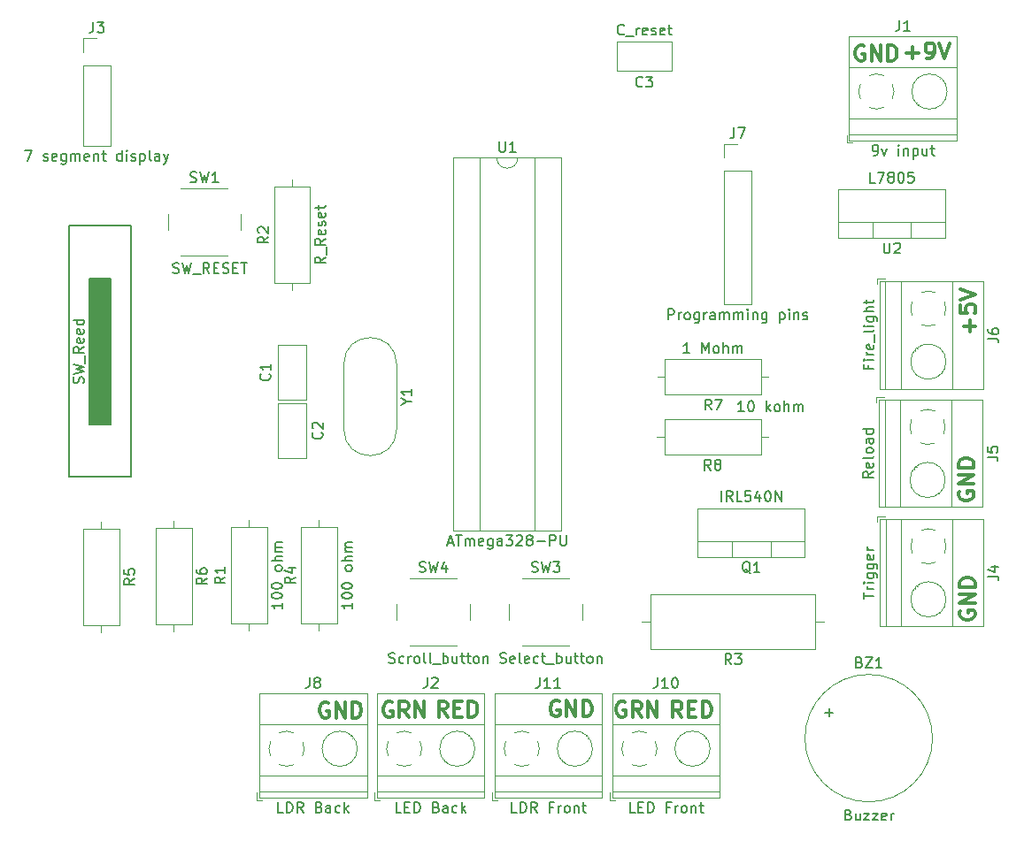
<source format=gbr>
G04 #@! TF.GenerationSoftware,KiCad,Pcbnew,(5.0.2)-1*
G04 #@! TF.CreationDate,2019-02-17T16:43:36+01:00*
G04 #@! TF.ProjectId,_saved_lasergame vs,5f736176-6564-45f6-9c61-73657267616d,rev?*
G04 #@! TF.SameCoordinates,Original*
G04 #@! TF.FileFunction,Legend,Top*
G04 #@! TF.FilePolarity,Positive*
%FSLAX46Y46*%
G04 Gerber Fmt 4.6, Leading zero omitted, Abs format (unit mm)*
G04 Created by KiCad (PCBNEW (5.0.2)-1) date 17/02/2019 16:43:36*
%MOMM*%
%LPD*%
G01*
G04 APERTURE LIST*
%ADD10C,0.300000*%
%ADD11C,0.120000*%
%ADD12C,0.150000*%
G04 APERTURE END LIST*
D10*
X165965714Y-130738571D02*
X165465714Y-130024285D01*
X165108571Y-130738571D02*
X165108571Y-129238571D01*
X165680000Y-129238571D01*
X165822857Y-129310000D01*
X165894285Y-129381428D01*
X165965714Y-129524285D01*
X165965714Y-129738571D01*
X165894285Y-129881428D01*
X165822857Y-129952857D01*
X165680000Y-130024285D01*
X165108571Y-130024285D01*
X166608571Y-129952857D02*
X167108571Y-129952857D01*
X167322857Y-130738571D02*
X166608571Y-130738571D01*
X166608571Y-129238571D01*
X167322857Y-129238571D01*
X167965714Y-130738571D02*
X167965714Y-129238571D01*
X168322857Y-129238571D01*
X168537142Y-129310000D01*
X168680000Y-129452857D01*
X168751428Y-129595714D01*
X168822857Y-129881428D01*
X168822857Y-130095714D01*
X168751428Y-130381428D01*
X168680000Y-130524285D01*
X168537142Y-130667142D01*
X168322857Y-130738571D01*
X167965714Y-130738571D01*
X160527142Y-129290000D02*
X160384285Y-129218571D01*
X160170000Y-129218571D01*
X159955714Y-129290000D01*
X159812857Y-129432857D01*
X159741428Y-129575714D01*
X159670000Y-129861428D01*
X159670000Y-130075714D01*
X159741428Y-130361428D01*
X159812857Y-130504285D01*
X159955714Y-130647142D01*
X160170000Y-130718571D01*
X160312857Y-130718571D01*
X160527142Y-130647142D01*
X160598571Y-130575714D01*
X160598571Y-130075714D01*
X160312857Y-130075714D01*
X162098571Y-130718571D02*
X161598571Y-130004285D01*
X161241428Y-130718571D02*
X161241428Y-129218571D01*
X161812857Y-129218571D01*
X161955714Y-129290000D01*
X162027142Y-129361428D01*
X162098571Y-129504285D01*
X162098571Y-129718571D01*
X162027142Y-129861428D01*
X161955714Y-129932857D01*
X161812857Y-130004285D01*
X161241428Y-130004285D01*
X162741428Y-130718571D02*
X162741428Y-129218571D01*
X163598571Y-130718571D01*
X163598571Y-129218571D01*
X143545714Y-130698571D02*
X143045714Y-129984285D01*
X142688571Y-130698571D02*
X142688571Y-129198571D01*
X143260000Y-129198571D01*
X143402857Y-129270000D01*
X143474285Y-129341428D01*
X143545714Y-129484285D01*
X143545714Y-129698571D01*
X143474285Y-129841428D01*
X143402857Y-129912857D01*
X143260000Y-129984285D01*
X142688571Y-129984285D01*
X144188571Y-129912857D02*
X144688571Y-129912857D01*
X144902857Y-130698571D02*
X144188571Y-130698571D01*
X144188571Y-129198571D01*
X144902857Y-129198571D01*
X145545714Y-130698571D02*
X145545714Y-129198571D01*
X145902857Y-129198571D01*
X146117142Y-129270000D01*
X146260000Y-129412857D01*
X146331428Y-129555714D01*
X146402857Y-129841428D01*
X146402857Y-130055714D01*
X146331428Y-130341428D01*
X146260000Y-130484285D01*
X146117142Y-130627142D01*
X145902857Y-130698571D01*
X145545714Y-130698571D01*
X138247142Y-129320000D02*
X138104285Y-129248571D01*
X137890000Y-129248571D01*
X137675714Y-129320000D01*
X137532857Y-129462857D01*
X137461428Y-129605714D01*
X137390000Y-129891428D01*
X137390000Y-130105714D01*
X137461428Y-130391428D01*
X137532857Y-130534285D01*
X137675714Y-130677142D01*
X137890000Y-130748571D01*
X138032857Y-130748571D01*
X138247142Y-130677142D01*
X138318571Y-130605714D01*
X138318571Y-130105714D01*
X138032857Y-130105714D01*
X139818571Y-130748571D02*
X139318571Y-130034285D01*
X138961428Y-130748571D02*
X138961428Y-129248571D01*
X139532857Y-129248571D01*
X139675714Y-129320000D01*
X139747142Y-129391428D01*
X139818571Y-129534285D01*
X139818571Y-129748571D01*
X139747142Y-129891428D01*
X139675714Y-129962857D01*
X139532857Y-130034285D01*
X138961428Y-130034285D01*
X140461428Y-130748571D02*
X140461428Y-129248571D01*
X141318571Y-130748571D01*
X141318571Y-129248571D01*
X132157142Y-129360000D02*
X132014285Y-129288571D01*
X131800000Y-129288571D01*
X131585714Y-129360000D01*
X131442857Y-129502857D01*
X131371428Y-129645714D01*
X131300000Y-129931428D01*
X131300000Y-130145714D01*
X131371428Y-130431428D01*
X131442857Y-130574285D01*
X131585714Y-130717142D01*
X131800000Y-130788571D01*
X131942857Y-130788571D01*
X132157142Y-130717142D01*
X132228571Y-130645714D01*
X132228571Y-130145714D01*
X131942857Y-130145714D01*
X132871428Y-130788571D02*
X132871428Y-129288571D01*
X133728571Y-130788571D01*
X133728571Y-129288571D01*
X134442857Y-130788571D02*
X134442857Y-129288571D01*
X134800000Y-129288571D01*
X135014285Y-129360000D01*
X135157142Y-129502857D01*
X135228571Y-129645714D01*
X135300000Y-129931428D01*
X135300000Y-130145714D01*
X135228571Y-130431428D01*
X135157142Y-130574285D01*
X135014285Y-130717142D01*
X134800000Y-130788571D01*
X134442857Y-130788571D01*
X154237142Y-129230000D02*
X154094285Y-129158571D01*
X153880000Y-129158571D01*
X153665714Y-129230000D01*
X153522857Y-129372857D01*
X153451428Y-129515714D01*
X153380000Y-129801428D01*
X153380000Y-130015714D01*
X153451428Y-130301428D01*
X153522857Y-130444285D01*
X153665714Y-130587142D01*
X153880000Y-130658571D01*
X154022857Y-130658571D01*
X154237142Y-130587142D01*
X154308571Y-130515714D01*
X154308571Y-130015714D01*
X154022857Y-130015714D01*
X154951428Y-130658571D02*
X154951428Y-129158571D01*
X155808571Y-130658571D01*
X155808571Y-129158571D01*
X156522857Y-130658571D02*
X156522857Y-129158571D01*
X156880000Y-129158571D01*
X157094285Y-129230000D01*
X157237142Y-129372857D01*
X157308571Y-129515714D01*
X157380000Y-129801428D01*
X157380000Y-130015714D01*
X157308571Y-130301428D01*
X157237142Y-130444285D01*
X157094285Y-130587142D01*
X156880000Y-130658571D01*
X156522857Y-130658571D01*
X192600000Y-120532857D02*
X192528571Y-120675714D01*
X192528571Y-120890000D01*
X192600000Y-121104285D01*
X192742857Y-121247142D01*
X192885714Y-121318571D01*
X193171428Y-121390000D01*
X193385714Y-121390000D01*
X193671428Y-121318571D01*
X193814285Y-121247142D01*
X193957142Y-121104285D01*
X194028571Y-120890000D01*
X194028571Y-120747142D01*
X193957142Y-120532857D01*
X193885714Y-120461428D01*
X193385714Y-120461428D01*
X193385714Y-120747142D01*
X194028571Y-119818571D02*
X192528571Y-119818571D01*
X194028571Y-118961428D01*
X192528571Y-118961428D01*
X194028571Y-118247142D02*
X192528571Y-118247142D01*
X192528571Y-117890000D01*
X192600000Y-117675714D01*
X192742857Y-117532857D01*
X192885714Y-117461428D01*
X193171428Y-117390000D01*
X193385714Y-117390000D01*
X193671428Y-117461428D01*
X193814285Y-117532857D01*
X193957142Y-117675714D01*
X194028571Y-117890000D01*
X194028571Y-118247142D01*
X192480000Y-109102857D02*
X192408571Y-109245714D01*
X192408571Y-109460000D01*
X192480000Y-109674285D01*
X192622857Y-109817142D01*
X192765714Y-109888571D01*
X193051428Y-109960000D01*
X193265714Y-109960000D01*
X193551428Y-109888571D01*
X193694285Y-109817142D01*
X193837142Y-109674285D01*
X193908571Y-109460000D01*
X193908571Y-109317142D01*
X193837142Y-109102857D01*
X193765714Y-109031428D01*
X193265714Y-109031428D01*
X193265714Y-109317142D01*
X193908571Y-108388571D02*
X192408571Y-108388571D01*
X193908571Y-107531428D01*
X192408571Y-107531428D01*
X193908571Y-106817142D02*
X192408571Y-106817142D01*
X192408571Y-106460000D01*
X192480000Y-106245714D01*
X192622857Y-106102857D01*
X192765714Y-106031428D01*
X193051428Y-105960000D01*
X193265714Y-105960000D01*
X193551428Y-106031428D01*
X193694285Y-106102857D01*
X193837142Y-106245714D01*
X193908571Y-106460000D01*
X193908571Y-106817142D01*
X193497142Y-93858571D02*
X193497142Y-92715714D01*
X194068571Y-93287142D02*
X192925714Y-93287142D01*
X192568571Y-91287142D02*
X192568571Y-92001428D01*
X193282857Y-92072857D01*
X193211428Y-92001428D01*
X193140000Y-91858571D01*
X193140000Y-91501428D01*
X193211428Y-91358571D01*
X193282857Y-91287142D01*
X193425714Y-91215714D01*
X193782857Y-91215714D01*
X193925714Y-91287142D01*
X193997142Y-91358571D01*
X194068571Y-91501428D01*
X194068571Y-91858571D01*
X193997142Y-92001428D01*
X193925714Y-92072857D01*
X192568571Y-90787142D02*
X194068571Y-90287142D01*
X192568571Y-89787142D01*
X183397142Y-66470000D02*
X183254285Y-66398571D01*
X183040000Y-66398571D01*
X182825714Y-66470000D01*
X182682857Y-66612857D01*
X182611428Y-66755714D01*
X182540000Y-67041428D01*
X182540000Y-67255714D01*
X182611428Y-67541428D01*
X182682857Y-67684285D01*
X182825714Y-67827142D01*
X183040000Y-67898571D01*
X183182857Y-67898571D01*
X183397142Y-67827142D01*
X183468571Y-67755714D01*
X183468571Y-67255714D01*
X183182857Y-67255714D01*
X184111428Y-67898571D02*
X184111428Y-66398571D01*
X184968571Y-67898571D01*
X184968571Y-66398571D01*
X185682857Y-67898571D02*
X185682857Y-66398571D01*
X186040000Y-66398571D01*
X186254285Y-66470000D01*
X186397142Y-66612857D01*
X186468571Y-66755714D01*
X186540000Y-67041428D01*
X186540000Y-67255714D01*
X186468571Y-67541428D01*
X186397142Y-67684285D01*
X186254285Y-67827142D01*
X186040000Y-67898571D01*
X185682857Y-67898571D01*
X187471428Y-67107142D02*
X188614285Y-67107142D01*
X188042857Y-67678571D02*
X188042857Y-66535714D01*
X189400000Y-67678571D02*
X189685714Y-67678571D01*
X189828571Y-67607142D01*
X189900000Y-67535714D01*
X190042857Y-67321428D01*
X190114285Y-67035714D01*
X190114285Y-66464285D01*
X190042857Y-66321428D01*
X189971428Y-66250000D01*
X189828571Y-66178571D01*
X189542857Y-66178571D01*
X189400000Y-66250000D01*
X189328571Y-66321428D01*
X189257142Y-66464285D01*
X189257142Y-66821428D01*
X189328571Y-66964285D01*
X189400000Y-67035714D01*
X189542857Y-67107142D01*
X189828571Y-67107142D01*
X189971428Y-67035714D01*
X190042857Y-66964285D01*
X190114285Y-66821428D01*
X190542857Y-66178571D02*
X191042857Y-67678571D01*
X191542857Y-66178571D01*
D11*
G04 #@! TO.C,BZ1*
X189940000Y-132740000D02*
G75*
G03X189940000Y-132740000I-6100000J0D01*
G01*
G04 #@! TO.C,C1*
X127280000Y-100320000D02*
X127280000Y-95080000D01*
X130020000Y-100320000D02*
X130020000Y-95080000D01*
X127280000Y-100320000D02*
X130020000Y-100320000D01*
X127280000Y-95080000D02*
X130020000Y-95080000D01*
G04 #@! TO.C,C2*
X130020000Y-105920000D02*
X127280000Y-105920000D01*
X130020000Y-100680000D02*
X127280000Y-100680000D01*
X127280000Y-100680000D02*
X127280000Y-105920000D01*
X130020000Y-100680000D02*
X130020000Y-105920000D01*
G04 #@! TO.C,C3*
X164980000Y-68820000D02*
X159740000Y-68820000D01*
X164980000Y-66080000D02*
X159740000Y-66080000D01*
X164980000Y-68820000D02*
X164980000Y-66080000D01*
X159740000Y-68820000D02*
X159740000Y-66080000D01*
G04 #@! TO.C,J1*
X181730000Y-75730000D02*
X182230000Y-75730000D01*
X181730000Y-74990000D02*
X181730000Y-75730000D01*
X188423000Y-71853000D02*
X188376000Y-71899000D01*
X190720000Y-69555000D02*
X190685000Y-69591000D01*
X188616000Y-72069000D02*
X188581000Y-72104000D01*
X190925000Y-69761000D02*
X190878000Y-69807000D01*
X192250000Y-65569000D02*
X192250000Y-75490000D01*
X181970000Y-65569000D02*
X181970000Y-75490000D01*
X181970000Y-75490000D02*
X192250000Y-75490000D01*
X181970000Y-65569000D02*
X192250000Y-65569000D01*
X181970000Y-68529000D02*
X192250000Y-68529000D01*
X181970000Y-73430000D02*
X192250000Y-73430000D01*
X181970000Y-74930000D02*
X192250000Y-74930000D01*
X191330000Y-70830000D02*
G75*
G03X191330000Y-70830000I-1680000J0D01*
G01*
X184598805Y-72510253D02*
G75*
G02X183886000Y-72365000I-28805J1680253D01*
G01*
X183034574Y-71513042D02*
G75*
G02X183035000Y-70146000I1535426J683042D01*
G01*
X183886958Y-69294574D02*
G75*
G02X185254000Y-69295000I683042J-1535426D01*
G01*
X186105426Y-70146958D02*
G75*
G02X186105000Y-71514000I-1535426J-683042D01*
G01*
X185253318Y-72364756D02*
G75*
G02X184570000Y-72510000I-683318J1534756D01*
G01*
G04 #@! TO.C,J2*
X140083318Y-135284756D02*
G75*
G02X139400000Y-135430000I-683318J1534756D01*
G01*
X140935426Y-133066958D02*
G75*
G02X140935000Y-134434000I-1535426J-683042D01*
G01*
X138716958Y-132214574D02*
G75*
G02X140084000Y-132215000I683042J-1535426D01*
G01*
X137864574Y-134433042D02*
G75*
G02X137865000Y-133066000I1535426J683042D01*
G01*
X139428805Y-135430253D02*
G75*
G02X138716000Y-135285000I-28805J1680253D01*
G01*
X146160000Y-133750000D02*
G75*
G03X146160000Y-133750000I-1680000J0D01*
G01*
X136800000Y-137850000D02*
X147080000Y-137850000D01*
X136800000Y-136350000D02*
X147080000Y-136350000D01*
X136800000Y-131449000D02*
X147080000Y-131449000D01*
X136800000Y-128489000D02*
X147080000Y-128489000D01*
X136800000Y-138410000D02*
X147080000Y-138410000D01*
X136800000Y-128489000D02*
X136800000Y-138410000D01*
X147080000Y-128489000D02*
X147080000Y-138410000D01*
X145755000Y-132681000D02*
X145708000Y-132727000D01*
X143446000Y-134989000D02*
X143411000Y-135024000D01*
X145550000Y-132475000D02*
X145515000Y-132511000D01*
X143253000Y-134773000D02*
X143206000Y-134819000D01*
X136560000Y-137910000D02*
X136560000Y-138650000D01*
X136560000Y-138650000D02*
X137060000Y-138650000D01*
G04 #@! TO.C,J3*
X108670000Y-76000000D02*
X111330000Y-76000000D01*
X108670000Y-68320000D02*
X108670000Y-76000000D01*
X111330000Y-68320000D02*
X111330000Y-76000000D01*
X108670000Y-68320000D02*
X111330000Y-68320000D01*
X108670000Y-67050000D02*
X108670000Y-65720000D01*
X108670000Y-65720000D02*
X110000000Y-65720000D01*
G04 #@! TO.C,J4*
X184650000Y-111530000D02*
X184650000Y-112030000D01*
X185390000Y-111530000D02*
X184650000Y-111530000D01*
X188527000Y-118223000D02*
X188481000Y-118176000D01*
X190825000Y-120520000D02*
X190789000Y-120485000D01*
X188311000Y-118416000D02*
X188276000Y-118381000D01*
X190619000Y-120725000D02*
X190573000Y-120678000D01*
X194811000Y-122050000D02*
X184890000Y-122050000D01*
X194811000Y-111770000D02*
X184890000Y-111770000D01*
X184890000Y-111770000D02*
X184890000Y-122050000D01*
X194811000Y-111770000D02*
X194811000Y-122050000D01*
X191851000Y-111770000D02*
X191851000Y-122050000D01*
X186950000Y-111770000D02*
X186950000Y-122050000D01*
X185450000Y-111770000D02*
X185450000Y-122050000D01*
X191230000Y-119450000D02*
G75*
G03X191230000Y-119450000I-1680000J0D01*
G01*
X187869747Y-114398805D02*
G75*
G02X188015000Y-113686000I1680253J28805D01*
G01*
X188866958Y-112834574D02*
G75*
G02X190234000Y-112835000I683042J-1535426D01*
G01*
X191085426Y-113686958D02*
G75*
G02X191085000Y-115054000I-1535426J-683042D01*
G01*
X190233042Y-115905426D02*
G75*
G02X188866000Y-115905000I-683042J1535426D01*
G01*
X188015244Y-115053318D02*
G75*
G02X187870000Y-114370000I1534756J683318D01*
G01*
G04 #@! TO.C,J5*
X187935244Y-103623318D02*
G75*
G02X187790000Y-102940000I1534756J683318D01*
G01*
X190153042Y-104475426D02*
G75*
G02X188786000Y-104475000I-683042J1535426D01*
G01*
X191005426Y-102256958D02*
G75*
G02X191005000Y-103624000I-1535426J-683042D01*
G01*
X188786958Y-101404574D02*
G75*
G02X190154000Y-101405000I683042J-1535426D01*
G01*
X187789747Y-102968805D02*
G75*
G02X187935000Y-102256000I1680253J28805D01*
G01*
X191150000Y-108020000D02*
G75*
G03X191150000Y-108020000I-1680000J0D01*
G01*
X185370000Y-100340000D02*
X185370000Y-110620000D01*
X186870000Y-100340000D02*
X186870000Y-110620000D01*
X191771000Y-100340000D02*
X191771000Y-110620000D01*
X194731000Y-100340000D02*
X194731000Y-110620000D01*
X184810000Y-100340000D02*
X184810000Y-110620000D01*
X194731000Y-100340000D02*
X184810000Y-100340000D01*
X194731000Y-110620000D02*
X184810000Y-110620000D01*
X190539000Y-109295000D02*
X190493000Y-109248000D01*
X188231000Y-106986000D02*
X188196000Y-106951000D01*
X190745000Y-109090000D02*
X190709000Y-109055000D01*
X188447000Y-106793000D02*
X188401000Y-106746000D01*
X185310000Y-100100000D02*
X184570000Y-100100000D01*
X184570000Y-100100000D02*
X184570000Y-100600000D01*
G04 #@! TO.C,J6*
X188005244Y-92293318D02*
G75*
G02X187860000Y-91610000I1534756J683318D01*
G01*
X190223042Y-93145426D02*
G75*
G02X188856000Y-93145000I-683042J1535426D01*
G01*
X191075426Y-90926958D02*
G75*
G02X191075000Y-92294000I-1535426J-683042D01*
G01*
X188856958Y-90074574D02*
G75*
G02X190224000Y-90075000I683042J-1535426D01*
G01*
X187859747Y-91638805D02*
G75*
G02X188005000Y-90926000I1680253J28805D01*
G01*
X191220000Y-96690000D02*
G75*
G03X191220000Y-96690000I-1680000J0D01*
G01*
X185440000Y-89010000D02*
X185440000Y-99290000D01*
X186940000Y-89010000D02*
X186940000Y-99290000D01*
X191841000Y-89010000D02*
X191841000Y-99290000D01*
X194801000Y-89010000D02*
X194801000Y-99290000D01*
X184880000Y-89010000D02*
X184880000Y-99290000D01*
X194801000Y-89010000D02*
X184880000Y-89010000D01*
X194801000Y-99290000D02*
X184880000Y-99290000D01*
X190609000Y-97965000D02*
X190563000Y-97918000D01*
X188301000Y-95656000D02*
X188266000Y-95621000D01*
X190815000Y-97760000D02*
X190779000Y-97725000D01*
X188517000Y-95463000D02*
X188471000Y-95416000D01*
X185380000Y-88770000D02*
X184640000Y-88770000D01*
X184640000Y-88770000D02*
X184640000Y-89270000D01*
G04 #@! TO.C,J7*
X169965001Y-91205001D02*
X172625001Y-91205001D01*
X169965001Y-78445001D02*
X169965001Y-91205001D01*
X172625001Y-78445001D02*
X172625001Y-91205001D01*
X169965001Y-78445001D02*
X172625001Y-78445001D01*
X169965001Y-77175001D02*
X169965001Y-75845001D01*
X169965001Y-75845001D02*
X171295001Y-75845001D01*
G04 #@! TO.C,J8*
X128833318Y-135284756D02*
G75*
G02X128150000Y-135430000I-683318J1534756D01*
G01*
X129685426Y-133066958D02*
G75*
G02X129685000Y-134434000I-1535426J-683042D01*
G01*
X127466958Y-132214574D02*
G75*
G02X128834000Y-132215000I683042J-1535426D01*
G01*
X126614574Y-134433042D02*
G75*
G02X126615000Y-133066000I1535426J683042D01*
G01*
X128178805Y-135430253D02*
G75*
G02X127466000Y-135285000I-28805J1680253D01*
G01*
X134910000Y-133750000D02*
G75*
G03X134910000Y-133750000I-1680000J0D01*
G01*
X125550000Y-137850000D02*
X135830000Y-137850000D01*
X125550000Y-136350000D02*
X135830000Y-136350000D01*
X125550000Y-131449000D02*
X135830000Y-131449000D01*
X125550000Y-128489000D02*
X135830000Y-128489000D01*
X125550000Y-138410000D02*
X135830000Y-138410000D01*
X125550000Y-128489000D02*
X125550000Y-138410000D01*
X135830000Y-128489000D02*
X135830000Y-138410000D01*
X134505000Y-132681000D02*
X134458000Y-132727000D01*
X132196000Y-134989000D02*
X132161000Y-135024000D01*
X134300000Y-132475000D02*
X134265000Y-132511000D01*
X132003000Y-134773000D02*
X131956000Y-134819000D01*
X125310000Y-137910000D02*
X125310000Y-138650000D01*
X125310000Y-138650000D02*
X125810000Y-138650000D01*
G04 #@! TO.C,J10*
X159060000Y-138650000D02*
X159560000Y-138650000D01*
X159060000Y-137910000D02*
X159060000Y-138650000D01*
X165753000Y-134773000D02*
X165706000Y-134819000D01*
X168050000Y-132475000D02*
X168015000Y-132511000D01*
X165946000Y-134989000D02*
X165911000Y-135024000D01*
X168255000Y-132681000D02*
X168208000Y-132727000D01*
X169580000Y-128489000D02*
X169580000Y-138410000D01*
X159300000Y-128489000D02*
X159300000Y-138410000D01*
X159300000Y-138410000D02*
X169580000Y-138410000D01*
X159300000Y-128489000D02*
X169580000Y-128489000D01*
X159300000Y-131449000D02*
X169580000Y-131449000D01*
X159300000Y-136350000D02*
X169580000Y-136350000D01*
X159300000Y-137850000D02*
X169580000Y-137850000D01*
X168660000Y-133750000D02*
G75*
G03X168660000Y-133750000I-1680000J0D01*
G01*
X161928805Y-135430253D02*
G75*
G02X161216000Y-135285000I-28805J1680253D01*
G01*
X160364574Y-134433042D02*
G75*
G02X160365000Y-133066000I1535426J683042D01*
G01*
X161216958Y-132214574D02*
G75*
G02X162584000Y-132215000I683042J-1535426D01*
G01*
X163435426Y-133066958D02*
G75*
G02X163435000Y-134434000I-1535426J-683042D01*
G01*
X162583318Y-135284756D02*
G75*
G02X161900000Y-135430000I-683318J1534756D01*
G01*
G04 #@! TO.C,J11*
X147810000Y-138650000D02*
X148310000Y-138650000D01*
X147810000Y-137910000D02*
X147810000Y-138650000D01*
X154503000Y-134773000D02*
X154456000Y-134819000D01*
X156800000Y-132475000D02*
X156765000Y-132511000D01*
X154696000Y-134989000D02*
X154661000Y-135024000D01*
X157005000Y-132681000D02*
X156958000Y-132727000D01*
X158330000Y-128489000D02*
X158330000Y-138410000D01*
X148050000Y-128489000D02*
X148050000Y-138410000D01*
X148050000Y-138410000D02*
X158330000Y-138410000D01*
X148050000Y-128489000D02*
X158330000Y-128489000D01*
X148050000Y-131449000D02*
X158330000Y-131449000D01*
X148050000Y-136350000D02*
X158330000Y-136350000D01*
X148050000Y-137850000D02*
X158330000Y-137850000D01*
X157410000Y-133750000D02*
G75*
G03X157410000Y-133750000I-1680000J0D01*
G01*
X150678805Y-135430253D02*
G75*
G02X149966000Y-135285000I-28805J1680253D01*
G01*
X149114574Y-134433042D02*
G75*
G02X149115000Y-133066000I1535426J683042D01*
G01*
X149966958Y-132214574D02*
G75*
G02X151334000Y-132215000I683042J-1535426D01*
G01*
X152185426Y-133066958D02*
G75*
G02X152185000Y-134434000I-1535426J-683042D01*
G01*
X151333318Y-135284756D02*
G75*
G02X150650000Y-135430000I-683318J1534756D01*
G01*
G04 #@! TO.C,Q1*
X177730000Y-115390000D02*
X167490000Y-115390000D01*
X177730000Y-110749000D02*
X167490000Y-110749000D01*
X177730000Y-115390000D02*
X177730000Y-110749000D01*
X167490000Y-115390000D02*
X167490000Y-110749000D01*
X177730000Y-113880000D02*
X167490000Y-113880000D01*
X174460000Y-115390000D02*
X174460000Y-113880000D01*
X170759000Y-115390000D02*
X170759000Y-113880000D01*
G04 #@! TO.C,R1*
X122830000Y-121770000D02*
X126270000Y-121770000D01*
X126270000Y-121770000D02*
X126270000Y-112530000D01*
X126270000Y-112530000D02*
X122830000Y-112530000D01*
X122830000Y-112530000D02*
X122830000Y-121770000D01*
X124550000Y-122460000D02*
X124550000Y-121770000D01*
X124550000Y-111840000D02*
X124550000Y-112530000D01*
G04 #@! TO.C,R2*
X126960000Y-89180000D02*
X130400000Y-89180000D01*
X130400000Y-89180000D02*
X130400000Y-79940000D01*
X130400000Y-79940000D02*
X126960000Y-79940000D01*
X126960000Y-79940000D02*
X126960000Y-89180000D01*
X128680000Y-89870000D02*
X128680000Y-89180000D01*
X128680000Y-79250000D02*
X128680000Y-79940000D01*
G04 #@! TO.C,R3*
X178730000Y-124220000D02*
X178730000Y-118980000D01*
X178730000Y-118980000D02*
X162990000Y-118980000D01*
X162990000Y-118980000D02*
X162990000Y-124220000D01*
X162990000Y-124220000D02*
X178730000Y-124220000D01*
X179580000Y-121600000D02*
X178730000Y-121600000D01*
X162140000Y-121600000D02*
X162990000Y-121600000D01*
G04 #@! TO.C,R4*
X131250000Y-111840000D02*
X131250000Y-112530000D01*
X131250000Y-122460000D02*
X131250000Y-121770000D01*
X129530000Y-112530000D02*
X129530000Y-121770000D01*
X132970000Y-112530000D02*
X129530000Y-112530000D01*
X132970000Y-121770000D02*
X132970000Y-112530000D01*
X129530000Y-121770000D02*
X132970000Y-121770000D01*
G04 #@! TO.C,R5*
X112140000Y-112680000D02*
X108700000Y-112680000D01*
X108700000Y-112680000D02*
X108700000Y-121920000D01*
X108700000Y-121920000D02*
X112140000Y-121920000D01*
X112140000Y-121920000D02*
X112140000Y-112680000D01*
X110420000Y-111990000D02*
X110420000Y-112680000D01*
X110420000Y-122610000D02*
X110420000Y-121920000D01*
G04 #@! TO.C,R6*
X117350000Y-122560000D02*
X117350000Y-121870000D01*
X117350000Y-111940000D02*
X117350000Y-112630000D01*
X119070000Y-121870000D02*
X119070000Y-112630000D01*
X115630000Y-121870000D02*
X119070000Y-121870000D01*
X115630000Y-112630000D02*
X115630000Y-121870000D01*
X119070000Y-112630000D02*
X115630000Y-112630000D01*
G04 #@! TO.C,R7*
X173570000Y-99850000D02*
X173570000Y-96410000D01*
X173570000Y-96410000D02*
X164330000Y-96410000D01*
X164330000Y-96410000D02*
X164330000Y-99850000D01*
X164330000Y-99850000D02*
X173570000Y-99850000D01*
X174260000Y-98130000D02*
X173570000Y-98130000D01*
X163640000Y-98130000D02*
X164330000Y-98130000D01*
G04 #@! TO.C,R8*
X163590000Y-103900000D02*
X164280000Y-103900000D01*
X174210000Y-103900000D02*
X173520000Y-103900000D01*
X164280000Y-105620000D02*
X173520000Y-105620000D01*
X164280000Y-102180000D02*
X164280000Y-105620000D01*
X173520000Y-102180000D02*
X164280000Y-102180000D01*
X173520000Y-105620000D02*
X173520000Y-102180000D01*
G04 #@! TO.C,SW1*
X118030000Y-86570000D02*
X122530000Y-86570000D01*
X116780000Y-82570000D02*
X116780000Y-84070000D01*
X122530000Y-80070000D02*
X118030000Y-80070000D01*
X123780000Y-84070000D02*
X123780000Y-82570000D01*
D12*
G04 #@! TO.C,SW2*
G36*
X109300000Y-102700000D02*
X109300000Y-88700000D01*
X111300000Y-88700000D01*
X111300000Y-102700000D01*
X109300000Y-102700000D01*
G37*
X109300000Y-102700000D02*
X109300000Y-88700000D01*
X111300000Y-88700000D01*
X111300000Y-102700000D01*
X109300000Y-102700000D01*
X107300000Y-107700000D02*
X112300000Y-107700000D01*
X112300000Y-83700000D02*
X107300000Y-83700000D01*
X107300000Y-83700000D02*
X107300000Y-107700000D01*
X112300000Y-107700000D02*
X113300000Y-107700000D01*
X113300000Y-107700000D02*
X113300000Y-83700000D01*
X113300000Y-83700000D02*
X112300000Y-83700000D01*
D11*
G04 #@! TO.C,SW3*
X156450000Y-121400000D02*
X156450000Y-119900000D01*
X155200000Y-117400000D02*
X150700000Y-117400000D01*
X149450000Y-119900000D02*
X149450000Y-121400000D01*
X150700000Y-123900000D02*
X155200000Y-123900000D01*
G04 #@! TO.C,SW4*
X139950000Y-123900000D02*
X144450000Y-123900000D01*
X138700000Y-119900000D02*
X138700000Y-121400000D01*
X144450000Y-117400000D02*
X139950000Y-117400000D01*
X145700000Y-121400000D02*
X145700000Y-119900000D01*
G04 #@! TO.C,U1*
X150260000Y-77170000D02*
G75*
G02X148260000Y-77170000I-1000000J0D01*
G01*
X148260000Y-77170000D02*
X146610000Y-77170000D01*
X146610000Y-77170000D02*
X146610000Y-112850000D01*
X146610000Y-112850000D02*
X151910000Y-112850000D01*
X151910000Y-112850000D02*
X151910000Y-77170000D01*
X151910000Y-77170000D02*
X150260000Y-77170000D01*
X144120000Y-77110000D02*
X144120000Y-112910000D01*
X144120000Y-112910000D02*
X154400000Y-112910000D01*
X154400000Y-112910000D02*
X154400000Y-77110000D01*
X154400000Y-77110000D02*
X144120000Y-77110000D01*
G04 #@! TO.C,U2*
X184189000Y-84870000D02*
X184189000Y-83360000D01*
X187890000Y-84870000D02*
X187890000Y-83360000D01*
X191160000Y-83360000D02*
X180920000Y-83360000D01*
X180920000Y-84870000D02*
X180920000Y-80229000D01*
X191160000Y-84870000D02*
X191160000Y-80229000D01*
X191160000Y-80229000D02*
X180920000Y-80229000D01*
X191160000Y-84870000D02*
X180920000Y-84870000D01*
G04 #@! TO.C,Y1*
X138675000Y-96915000D02*
X138675000Y-103165000D01*
X133625000Y-96915000D02*
X133625000Y-103165000D01*
X133625000Y-96915000D02*
G75*
G02X138675000Y-96915000I2525000J0D01*
G01*
X133625000Y-103165000D02*
G75*
G03X138675000Y-103165000I2525000J0D01*
G01*
G04 #@! TO.C,BZ1*
D12*
X182959047Y-125468571D02*
X183101904Y-125516190D01*
X183149523Y-125563809D01*
X183197142Y-125659047D01*
X183197142Y-125801904D01*
X183149523Y-125897142D01*
X183101904Y-125944761D01*
X183006666Y-125992380D01*
X182625714Y-125992380D01*
X182625714Y-124992380D01*
X182959047Y-124992380D01*
X183054285Y-125040000D01*
X183101904Y-125087619D01*
X183149523Y-125182857D01*
X183149523Y-125278095D01*
X183101904Y-125373333D01*
X183054285Y-125420952D01*
X182959047Y-125468571D01*
X182625714Y-125468571D01*
X183530476Y-124992380D02*
X184197142Y-124992380D01*
X183530476Y-125992380D01*
X184197142Y-125992380D01*
X185101904Y-125992380D02*
X184530476Y-125992380D01*
X184816190Y-125992380D02*
X184816190Y-124992380D01*
X184720952Y-125135238D01*
X184625714Y-125230476D01*
X184530476Y-125278095D01*
X181911428Y-140068571D02*
X182054285Y-140116190D01*
X182101904Y-140163809D01*
X182149523Y-140259047D01*
X182149523Y-140401904D01*
X182101904Y-140497142D01*
X182054285Y-140544761D01*
X181959047Y-140592380D01*
X181578095Y-140592380D01*
X181578095Y-139592380D01*
X181911428Y-139592380D01*
X182006666Y-139640000D01*
X182054285Y-139687619D01*
X182101904Y-139782857D01*
X182101904Y-139878095D01*
X182054285Y-139973333D01*
X182006666Y-140020952D01*
X181911428Y-140068571D01*
X181578095Y-140068571D01*
X183006666Y-139925714D02*
X183006666Y-140592380D01*
X182578095Y-139925714D02*
X182578095Y-140449523D01*
X182625714Y-140544761D01*
X182720952Y-140592380D01*
X182863809Y-140592380D01*
X182959047Y-140544761D01*
X183006666Y-140497142D01*
X183387619Y-139925714D02*
X183911428Y-139925714D01*
X183387619Y-140592380D01*
X183911428Y-140592380D01*
X184197142Y-139925714D02*
X184720952Y-139925714D01*
X184197142Y-140592380D01*
X184720952Y-140592380D01*
X185482857Y-140544761D02*
X185387619Y-140592380D01*
X185197142Y-140592380D01*
X185101904Y-140544761D01*
X185054285Y-140449523D01*
X185054285Y-140068571D01*
X185101904Y-139973333D01*
X185197142Y-139925714D01*
X185387619Y-139925714D01*
X185482857Y-139973333D01*
X185530476Y-140068571D01*
X185530476Y-140163809D01*
X185054285Y-140259047D01*
X185959047Y-140592380D02*
X185959047Y-139925714D01*
X185959047Y-140116190D02*
X186006666Y-140020952D01*
X186054285Y-139973333D01*
X186149523Y-139925714D01*
X186244761Y-139925714D01*
X179649047Y-130271428D02*
X180410952Y-130271428D01*
X180030000Y-130652380D02*
X180030000Y-129890476D01*
G04 #@! TO.C,C1*
X126507142Y-97866666D02*
X126554761Y-97914285D01*
X126602380Y-98057142D01*
X126602380Y-98152380D01*
X126554761Y-98295238D01*
X126459523Y-98390476D01*
X126364285Y-98438095D01*
X126173809Y-98485714D01*
X126030952Y-98485714D01*
X125840476Y-98438095D01*
X125745238Y-98390476D01*
X125650000Y-98295238D01*
X125602380Y-98152380D01*
X125602380Y-98057142D01*
X125650000Y-97914285D01*
X125697619Y-97866666D01*
X126602380Y-96914285D02*
X126602380Y-97485714D01*
X126602380Y-97200000D02*
X125602380Y-97200000D01*
X125745238Y-97295238D01*
X125840476Y-97390476D01*
X125888095Y-97485714D01*
G04 #@! TO.C,C2*
X131507142Y-103466666D02*
X131554761Y-103514285D01*
X131602380Y-103657142D01*
X131602380Y-103752380D01*
X131554761Y-103895238D01*
X131459523Y-103990476D01*
X131364285Y-104038095D01*
X131173809Y-104085714D01*
X131030952Y-104085714D01*
X130840476Y-104038095D01*
X130745238Y-103990476D01*
X130650000Y-103895238D01*
X130602380Y-103752380D01*
X130602380Y-103657142D01*
X130650000Y-103514285D01*
X130697619Y-103466666D01*
X130697619Y-103085714D02*
X130650000Y-103038095D01*
X130602380Y-102942857D01*
X130602380Y-102704761D01*
X130650000Y-102609523D01*
X130697619Y-102561904D01*
X130792857Y-102514285D01*
X130888095Y-102514285D01*
X131030952Y-102561904D01*
X131602380Y-103133333D01*
X131602380Y-102514285D01*
G04 #@! TO.C,C3*
X162193333Y-70307142D02*
X162145714Y-70354761D01*
X162002857Y-70402380D01*
X161907619Y-70402380D01*
X161764761Y-70354761D01*
X161669523Y-70259523D01*
X161621904Y-70164285D01*
X161574285Y-69973809D01*
X161574285Y-69830952D01*
X161621904Y-69640476D01*
X161669523Y-69545238D01*
X161764761Y-69450000D01*
X161907619Y-69402380D01*
X162002857Y-69402380D01*
X162145714Y-69450000D01*
X162193333Y-69497619D01*
X162526666Y-69402380D02*
X163145714Y-69402380D01*
X162812380Y-69783333D01*
X162955238Y-69783333D01*
X163050476Y-69830952D01*
X163098095Y-69878571D01*
X163145714Y-69973809D01*
X163145714Y-70211904D01*
X163098095Y-70307142D01*
X163050476Y-70354761D01*
X162955238Y-70402380D01*
X162669523Y-70402380D01*
X162574285Y-70354761D01*
X162526666Y-70307142D01*
X160431428Y-65307142D02*
X160383809Y-65354761D01*
X160240952Y-65402380D01*
X160145714Y-65402380D01*
X160002857Y-65354761D01*
X159907619Y-65259523D01*
X159860000Y-65164285D01*
X159812380Y-64973809D01*
X159812380Y-64830952D01*
X159860000Y-64640476D01*
X159907619Y-64545238D01*
X160002857Y-64450000D01*
X160145714Y-64402380D01*
X160240952Y-64402380D01*
X160383809Y-64450000D01*
X160431428Y-64497619D01*
X160621904Y-65497619D02*
X161383809Y-65497619D01*
X161621904Y-65402380D02*
X161621904Y-64735714D01*
X161621904Y-64926190D02*
X161669523Y-64830952D01*
X161717142Y-64783333D01*
X161812380Y-64735714D01*
X161907619Y-64735714D01*
X162621904Y-65354761D02*
X162526666Y-65402380D01*
X162336190Y-65402380D01*
X162240952Y-65354761D01*
X162193333Y-65259523D01*
X162193333Y-64878571D01*
X162240952Y-64783333D01*
X162336190Y-64735714D01*
X162526666Y-64735714D01*
X162621904Y-64783333D01*
X162669523Y-64878571D01*
X162669523Y-64973809D01*
X162193333Y-65069047D01*
X163050476Y-65354761D02*
X163145714Y-65402380D01*
X163336190Y-65402380D01*
X163431428Y-65354761D01*
X163479047Y-65259523D01*
X163479047Y-65211904D01*
X163431428Y-65116666D01*
X163336190Y-65069047D01*
X163193333Y-65069047D01*
X163098095Y-65021428D01*
X163050476Y-64926190D01*
X163050476Y-64878571D01*
X163098095Y-64783333D01*
X163193333Y-64735714D01*
X163336190Y-64735714D01*
X163431428Y-64783333D01*
X164288571Y-65354761D02*
X164193333Y-65402380D01*
X164002857Y-65402380D01*
X163907619Y-65354761D01*
X163860000Y-65259523D01*
X163860000Y-64878571D01*
X163907619Y-64783333D01*
X164002857Y-64735714D01*
X164193333Y-64735714D01*
X164288571Y-64783333D01*
X164336190Y-64878571D01*
X164336190Y-64973809D01*
X163860000Y-65069047D01*
X164621904Y-64735714D02*
X165002857Y-64735714D01*
X164764761Y-64402380D02*
X164764761Y-65259523D01*
X164812380Y-65354761D01*
X164907619Y-65402380D01*
X165002857Y-65402380D01*
G04 #@! TO.C,J1*
X186776666Y-64022380D02*
X186776666Y-64736666D01*
X186729047Y-64879523D01*
X186633809Y-64974761D01*
X186490952Y-65022380D01*
X186395714Y-65022380D01*
X187776666Y-65022380D02*
X187205238Y-65022380D01*
X187490952Y-65022380D02*
X187490952Y-64022380D01*
X187395714Y-64165238D01*
X187300476Y-64260476D01*
X187205238Y-64308095D01*
X184276666Y-76942380D02*
X184467142Y-76942380D01*
X184562380Y-76894761D01*
X184610000Y-76847142D01*
X184705238Y-76704285D01*
X184752857Y-76513809D01*
X184752857Y-76132857D01*
X184705238Y-76037619D01*
X184657619Y-75990000D01*
X184562380Y-75942380D01*
X184371904Y-75942380D01*
X184276666Y-75990000D01*
X184229047Y-76037619D01*
X184181428Y-76132857D01*
X184181428Y-76370952D01*
X184229047Y-76466190D01*
X184276666Y-76513809D01*
X184371904Y-76561428D01*
X184562380Y-76561428D01*
X184657619Y-76513809D01*
X184705238Y-76466190D01*
X184752857Y-76370952D01*
X185086190Y-76275714D02*
X185324285Y-76942380D01*
X185562380Y-76275714D01*
X186705238Y-76942380D02*
X186705238Y-76275714D01*
X186705238Y-75942380D02*
X186657619Y-75990000D01*
X186705238Y-76037619D01*
X186752857Y-75990000D01*
X186705238Y-75942380D01*
X186705238Y-76037619D01*
X187181428Y-76275714D02*
X187181428Y-76942380D01*
X187181428Y-76370952D02*
X187229047Y-76323333D01*
X187324285Y-76275714D01*
X187467142Y-76275714D01*
X187562380Y-76323333D01*
X187610000Y-76418571D01*
X187610000Y-76942380D01*
X188086190Y-76275714D02*
X188086190Y-77275714D01*
X188086190Y-76323333D02*
X188181428Y-76275714D01*
X188371904Y-76275714D01*
X188467142Y-76323333D01*
X188514761Y-76370952D01*
X188562380Y-76466190D01*
X188562380Y-76751904D01*
X188514761Y-76847142D01*
X188467142Y-76894761D01*
X188371904Y-76942380D01*
X188181428Y-76942380D01*
X188086190Y-76894761D01*
X189419523Y-76275714D02*
X189419523Y-76942380D01*
X188990952Y-76275714D02*
X188990952Y-76799523D01*
X189038571Y-76894761D01*
X189133809Y-76942380D01*
X189276666Y-76942380D01*
X189371904Y-76894761D01*
X189419523Y-76847142D01*
X189752857Y-76275714D02*
X190133809Y-76275714D01*
X189895714Y-75942380D02*
X189895714Y-76799523D01*
X189943333Y-76894761D01*
X190038571Y-76942380D01*
X190133809Y-76942380D01*
G04 #@! TO.C,J2*
X141606666Y-126942380D02*
X141606666Y-127656666D01*
X141559047Y-127799523D01*
X141463809Y-127894761D01*
X141320952Y-127942380D01*
X141225714Y-127942380D01*
X142035238Y-127037619D02*
X142082857Y-126990000D01*
X142178095Y-126942380D01*
X142416190Y-126942380D01*
X142511428Y-126990000D01*
X142559047Y-127037619D01*
X142606666Y-127132857D01*
X142606666Y-127228095D01*
X142559047Y-127370952D01*
X141987619Y-127942380D01*
X142606666Y-127942380D01*
X139130476Y-139862380D02*
X138654285Y-139862380D01*
X138654285Y-138862380D01*
X139463809Y-139338571D02*
X139797142Y-139338571D01*
X139940000Y-139862380D02*
X139463809Y-139862380D01*
X139463809Y-138862380D01*
X139940000Y-138862380D01*
X140368571Y-139862380D02*
X140368571Y-138862380D01*
X140606666Y-138862380D01*
X140749523Y-138910000D01*
X140844761Y-139005238D01*
X140892380Y-139100476D01*
X140940000Y-139290952D01*
X140940000Y-139433809D01*
X140892380Y-139624285D01*
X140844761Y-139719523D01*
X140749523Y-139814761D01*
X140606666Y-139862380D01*
X140368571Y-139862380D01*
X142463809Y-139338571D02*
X142606666Y-139386190D01*
X142654285Y-139433809D01*
X142701904Y-139529047D01*
X142701904Y-139671904D01*
X142654285Y-139767142D01*
X142606666Y-139814761D01*
X142511428Y-139862380D01*
X142130476Y-139862380D01*
X142130476Y-138862380D01*
X142463809Y-138862380D01*
X142559047Y-138910000D01*
X142606666Y-138957619D01*
X142654285Y-139052857D01*
X142654285Y-139148095D01*
X142606666Y-139243333D01*
X142559047Y-139290952D01*
X142463809Y-139338571D01*
X142130476Y-139338571D01*
X143559047Y-139862380D02*
X143559047Y-139338571D01*
X143511428Y-139243333D01*
X143416190Y-139195714D01*
X143225714Y-139195714D01*
X143130476Y-139243333D01*
X143559047Y-139814761D02*
X143463809Y-139862380D01*
X143225714Y-139862380D01*
X143130476Y-139814761D01*
X143082857Y-139719523D01*
X143082857Y-139624285D01*
X143130476Y-139529047D01*
X143225714Y-139481428D01*
X143463809Y-139481428D01*
X143559047Y-139433809D01*
X144463809Y-139814761D02*
X144368571Y-139862380D01*
X144178095Y-139862380D01*
X144082857Y-139814761D01*
X144035238Y-139767142D01*
X143987619Y-139671904D01*
X143987619Y-139386190D01*
X144035238Y-139290952D01*
X144082857Y-139243333D01*
X144178095Y-139195714D01*
X144368571Y-139195714D01*
X144463809Y-139243333D01*
X144892380Y-139862380D02*
X144892380Y-138862380D01*
X144987619Y-139481428D02*
X145273333Y-139862380D01*
X145273333Y-139195714D02*
X144892380Y-139576666D01*
G04 #@! TO.C,J3*
X109666666Y-64172380D02*
X109666666Y-64886666D01*
X109619047Y-65029523D01*
X109523809Y-65124761D01*
X109380952Y-65172380D01*
X109285714Y-65172380D01*
X110047619Y-64172380D02*
X110666666Y-64172380D01*
X110333333Y-64553333D01*
X110476190Y-64553333D01*
X110571428Y-64600952D01*
X110619047Y-64648571D01*
X110666666Y-64743809D01*
X110666666Y-64981904D01*
X110619047Y-65077142D01*
X110571428Y-65124761D01*
X110476190Y-65172380D01*
X110190476Y-65172380D01*
X110095238Y-65124761D01*
X110047619Y-65077142D01*
X103142857Y-76452380D02*
X103809523Y-76452380D01*
X103380952Y-77452380D01*
X104904761Y-77404761D02*
X105000000Y-77452380D01*
X105190476Y-77452380D01*
X105285714Y-77404761D01*
X105333333Y-77309523D01*
X105333333Y-77261904D01*
X105285714Y-77166666D01*
X105190476Y-77119047D01*
X105047619Y-77119047D01*
X104952380Y-77071428D01*
X104904761Y-76976190D01*
X104904761Y-76928571D01*
X104952380Y-76833333D01*
X105047619Y-76785714D01*
X105190476Y-76785714D01*
X105285714Y-76833333D01*
X106142857Y-77404761D02*
X106047619Y-77452380D01*
X105857142Y-77452380D01*
X105761904Y-77404761D01*
X105714285Y-77309523D01*
X105714285Y-76928571D01*
X105761904Y-76833333D01*
X105857142Y-76785714D01*
X106047619Y-76785714D01*
X106142857Y-76833333D01*
X106190476Y-76928571D01*
X106190476Y-77023809D01*
X105714285Y-77119047D01*
X107047619Y-76785714D02*
X107047619Y-77595238D01*
X107000000Y-77690476D01*
X106952380Y-77738095D01*
X106857142Y-77785714D01*
X106714285Y-77785714D01*
X106619047Y-77738095D01*
X107047619Y-77404761D02*
X106952380Y-77452380D01*
X106761904Y-77452380D01*
X106666666Y-77404761D01*
X106619047Y-77357142D01*
X106571428Y-77261904D01*
X106571428Y-76976190D01*
X106619047Y-76880952D01*
X106666666Y-76833333D01*
X106761904Y-76785714D01*
X106952380Y-76785714D01*
X107047619Y-76833333D01*
X107523809Y-77452380D02*
X107523809Y-76785714D01*
X107523809Y-76880952D02*
X107571428Y-76833333D01*
X107666666Y-76785714D01*
X107809523Y-76785714D01*
X107904761Y-76833333D01*
X107952380Y-76928571D01*
X107952380Y-77452380D01*
X107952380Y-76928571D02*
X108000000Y-76833333D01*
X108095238Y-76785714D01*
X108238095Y-76785714D01*
X108333333Y-76833333D01*
X108380952Y-76928571D01*
X108380952Y-77452380D01*
X109238095Y-77404761D02*
X109142857Y-77452380D01*
X108952380Y-77452380D01*
X108857142Y-77404761D01*
X108809523Y-77309523D01*
X108809523Y-76928571D01*
X108857142Y-76833333D01*
X108952380Y-76785714D01*
X109142857Y-76785714D01*
X109238095Y-76833333D01*
X109285714Y-76928571D01*
X109285714Y-77023809D01*
X108809523Y-77119047D01*
X109714285Y-76785714D02*
X109714285Y-77452380D01*
X109714285Y-76880952D02*
X109761904Y-76833333D01*
X109857142Y-76785714D01*
X110000000Y-76785714D01*
X110095238Y-76833333D01*
X110142857Y-76928571D01*
X110142857Y-77452380D01*
X110476190Y-76785714D02*
X110857142Y-76785714D01*
X110619047Y-76452380D02*
X110619047Y-77309523D01*
X110666666Y-77404761D01*
X110761904Y-77452380D01*
X110857142Y-77452380D01*
X112380952Y-77452380D02*
X112380952Y-76452380D01*
X112380952Y-77404761D02*
X112285714Y-77452380D01*
X112095238Y-77452380D01*
X112000000Y-77404761D01*
X111952380Y-77357142D01*
X111904761Y-77261904D01*
X111904761Y-76976190D01*
X111952380Y-76880952D01*
X112000000Y-76833333D01*
X112095238Y-76785714D01*
X112285714Y-76785714D01*
X112380952Y-76833333D01*
X112857142Y-77452380D02*
X112857142Y-76785714D01*
X112857142Y-76452380D02*
X112809523Y-76500000D01*
X112857142Y-76547619D01*
X112904761Y-76500000D01*
X112857142Y-76452380D01*
X112857142Y-76547619D01*
X113285714Y-77404761D02*
X113380952Y-77452380D01*
X113571428Y-77452380D01*
X113666666Y-77404761D01*
X113714285Y-77309523D01*
X113714285Y-77261904D01*
X113666666Y-77166666D01*
X113571428Y-77119047D01*
X113428571Y-77119047D01*
X113333333Y-77071428D01*
X113285714Y-76976190D01*
X113285714Y-76928571D01*
X113333333Y-76833333D01*
X113428571Y-76785714D01*
X113571428Y-76785714D01*
X113666666Y-76833333D01*
X114142857Y-76785714D02*
X114142857Y-77785714D01*
X114142857Y-76833333D02*
X114238095Y-76785714D01*
X114428571Y-76785714D01*
X114523809Y-76833333D01*
X114571428Y-76880952D01*
X114619047Y-76976190D01*
X114619047Y-77261904D01*
X114571428Y-77357142D01*
X114523809Y-77404761D01*
X114428571Y-77452380D01*
X114238095Y-77452380D01*
X114142857Y-77404761D01*
X115190476Y-77452380D02*
X115095238Y-77404761D01*
X115047619Y-77309523D01*
X115047619Y-76452380D01*
X116000000Y-77452380D02*
X116000000Y-76928571D01*
X115952380Y-76833333D01*
X115857142Y-76785714D01*
X115666666Y-76785714D01*
X115571428Y-76833333D01*
X116000000Y-77404761D02*
X115904761Y-77452380D01*
X115666666Y-77452380D01*
X115571428Y-77404761D01*
X115523809Y-77309523D01*
X115523809Y-77214285D01*
X115571428Y-77119047D01*
X115666666Y-77071428D01*
X115904761Y-77071428D01*
X116000000Y-77023809D01*
X116380952Y-76785714D02*
X116619047Y-77452380D01*
X116857142Y-76785714D02*
X116619047Y-77452380D01*
X116523809Y-77690476D01*
X116476190Y-77738095D01*
X116380952Y-77785714D01*
G04 #@! TO.C,J4*
X195262380Y-117243333D02*
X195976666Y-117243333D01*
X196119523Y-117290952D01*
X196214761Y-117386190D01*
X196262380Y-117529047D01*
X196262380Y-117624285D01*
X195595714Y-116338571D02*
X196262380Y-116338571D01*
X195214761Y-116576666D02*
X195929047Y-116814761D01*
X195929047Y-116195714D01*
X183342380Y-119386190D02*
X183342380Y-118814761D01*
X184342380Y-119100476D02*
X183342380Y-119100476D01*
X184342380Y-118481428D02*
X183675714Y-118481428D01*
X183866190Y-118481428D02*
X183770952Y-118433809D01*
X183723333Y-118386190D01*
X183675714Y-118290952D01*
X183675714Y-118195714D01*
X184342380Y-117862380D02*
X183675714Y-117862380D01*
X183342380Y-117862380D02*
X183390000Y-117910000D01*
X183437619Y-117862380D01*
X183390000Y-117814761D01*
X183342380Y-117862380D01*
X183437619Y-117862380D01*
X183675714Y-116957619D02*
X184485238Y-116957619D01*
X184580476Y-117005238D01*
X184628095Y-117052857D01*
X184675714Y-117148095D01*
X184675714Y-117290952D01*
X184628095Y-117386190D01*
X184294761Y-116957619D02*
X184342380Y-117052857D01*
X184342380Y-117243333D01*
X184294761Y-117338571D01*
X184247142Y-117386190D01*
X184151904Y-117433809D01*
X183866190Y-117433809D01*
X183770952Y-117386190D01*
X183723333Y-117338571D01*
X183675714Y-117243333D01*
X183675714Y-117052857D01*
X183723333Y-116957619D01*
X183675714Y-116052857D02*
X184485238Y-116052857D01*
X184580476Y-116100476D01*
X184628095Y-116148095D01*
X184675714Y-116243333D01*
X184675714Y-116386190D01*
X184628095Y-116481428D01*
X184294761Y-116052857D02*
X184342380Y-116148095D01*
X184342380Y-116338571D01*
X184294761Y-116433809D01*
X184247142Y-116481428D01*
X184151904Y-116529047D01*
X183866190Y-116529047D01*
X183770952Y-116481428D01*
X183723333Y-116433809D01*
X183675714Y-116338571D01*
X183675714Y-116148095D01*
X183723333Y-116052857D01*
X184294761Y-115195714D02*
X184342380Y-115290952D01*
X184342380Y-115481428D01*
X184294761Y-115576666D01*
X184199523Y-115624285D01*
X183818571Y-115624285D01*
X183723333Y-115576666D01*
X183675714Y-115481428D01*
X183675714Y-115290952D01*
X183723333Y-115195714D01*
X183818571Y-115148095D01*
X183913809Y-115148095D01*
X184009047Y-115624285D01*
X184342380Y-114719523D02*
X183675714Y-114719523D01*
X183866190Y-114719523D02*
X183770952Y-114671904D01*
X183723333Y-114624285D01*
X183675714Y-114529047D01*
X183675714Y-114433809D01*
G04 #@! TO.C,J5*
X195182380Y-105813333D02*
X195896666Y-105813333D01*
X196039523Y-105860952D01*
X196134761Y-105956190D01*
X196182380Y-106099047D01*
X196182380Y-106194285D01*
X195182380Y-104860952D02*
X195182380Y-105337142D01*
X195658571Y-105384761D01*
X195610952Y-105337142D01*
X195563333Y-105241904D01*
X195563333Y-105003809D01*
X195610952Y-104908571D01*
X195658571Y-104860952D01*
X195753809Y-104813333D01*
X195991904Y-104813333D01*
X196087142Y-104860952D01*
X196134761Y-104908571D01*
X196182380Y-105003809D01*
X196182380Y-105241904D01*
X196134761Y-105337142D01*
X196087142Y-105384761D01*
X184262380Y-107218095D02*
X183786190Y-107551428D01*
X184262380Y-107789523D02*
X183262380Y-107789523D01*
X183262380Y-107408571D01*
X183310000Y-107313333D01*
X183357619Y-107265714D01*
X183452857Y-107218095D01*
X183595714Y-107218095D01*
X183690952Y-107265714D01*
X183738571Y-107313333D01*
X183786190Y-107408571D01*
X183786190Y-107789523D01*
X184214761Y-106408571D02*
X184262380Y-106503809D01*
X184262380Y-106694285D01*
X184214761Y-106789523D01*
X184119523Y-106837142D01*
X183738571Y-106837142D01*
X183643333Y-106789523D01*
X183595714Y-106694285D01*
X183595714Y-106503809D01*
X183643333Y-106408571D01*
X183738571Y-106360952D01*
X183833809Y-106360952D01*
X183929047Y-106837142D01*
X184262380Y-105789523D02*
X184214761Y-105884761D01*
X184119523Y-105932380D01*
X183262380Y-105932380D01*
X184262380Y-105265714D02*
X184214761Y-105360952D01*
X184167142Y-105408571D01*
X184071904Y-105456190D01*
X183786190Y-105456190D01*
X183690952Y-105408571D01*
X183643333Y-105360952D01*
X183595714Y-105265714D01*
X183595714Y-105122857D01*
X183643333Y-105027619D01*
X183690952Y-104980000D01*
X183786190Y-104932380D01*
X184071904Y-104932380D01*
X184167142Y-104980000D01*
X184214761Y-105027619D01*
X184262380Y-105122857D01*
X184262380Y-105265714D01*
X184262380Y-104075238D02*
X183738571Y-104075238D01*
X183643333Y-104122857D01*
X183595714Y-104218095D01*
X183595714Y-104408571D01*
X183643333Y-104503809D01*
X184214761Y-104075238D02*
X184262380Y-104170476D01*
X184262380Y-104408571D01*
X184214761Y-104503809D01*
X184119523Y-104551428D01*
X184024285Y-104551428D01*
X183929047Y-104503809D01*
X183881428Y-104408571D01*
X183881428Y-104170476D01*
X183833809Y-104075238D01*
X184262380Y-103170476D02*
X183262380Y-103170476D01*
X184214761Y-103170476D02*
X184262380Y-103265714D01*
X184262380Y-103456190D01*
X184214761Y-103551428D01*
X184167142Y-103599047D01*
X184071904Y-103646666D01*
X183786190Y-103646666D01*
X183690952Y-103599047D01*
X183643333Y-103551428D01*
X183595714Y-103456190D01*
X183595714Y-103265714D01*
X183643333Y-103170476D01*
G04 #@! TO.C,J6*
X195252380Y-94483333D02*
X195966666Y-94483333D01*
X196109523Y-94530952D01*
X196204761Y-94626190D01*
X196252380Y-94769047D01*
X196252380Y-94864285D01*
X195252380Y-93578571D02*
X195252380Y-93769047D01*
X195300000Y-93864285D01*
X195347619Y-93911904D01*
X195490476Y-94007142D01*
X195680952Y-94054761D01*
X196061904Y-94054761D01*
X196157142Y-94007142D01*
X196204761Y-93959523D01*
X196252380Y-93864285D01*
X196252380Y-93673809D01*
X196204761Y-93578571D01*
X196157142Y-93530952D01*
X196061904Y-93483333D01*
X195823809Y-93483333D01*
X195728571Y-93530952D01*
X195680952Y-93578571D01*
X195633333Y-93673809D01*
X195633333Y-93864285D01*
X195680952Y-93959523D01*
X195728571Y-94007142D01*
X195823809Y-94054761D01*
X183808571Y-97054761D02*
X183808571Y-97388095D01*
X184332380Y-97388095D02*
X183332380Y-97388095D01*
X183332380Y-96911904D01*
X184332380Y-96530952D02*
X183665714Y-96530952D01*
X183332380Y-96530952D02*
X183380000Y-96578571D01*
X183427619Y-96530952D01*
X183380000Y-96483333D01*
X183332380Y-96530952D01*
X183427619Y-96530952D01*
X184332380Y-96054761D02*
X183665714Y-96054761D01*
X183856190Y-96054761D02*
X183760952Y-96007142D01*
X183713333Y-95959523D01*
X183665714Y-95864285D01*
X183665714Y-95769047D01*
X184284761Y-95054761D02*
X184332380Y-95150000D01*
X184332380Y-95340476D01*
X184284761Y-95435714D01*
X184189523Y-95483333D01*
X183808571Y-95483333D01*
X183713333Y-95435714D01*
X183665714Y-95340476D01*
X183665714Y-95150000D01*
X183713333Y-95054761D01*
X183808571Y-95007142D01*
X183903809Y-95007142D01*
X183999047Y-95483333D01*
X184427619Y-94816666D02*
X184427619Y-94054761D01*
X184332380Y-93673809D02*
X184284761Y-93769047D01*
X184189523Y-93816666D01*
X183332380Y-93816666D01*
X184332380Y-93292857D02*
X183665714Y-93292857D01*
X183332380Y-93292857D02*
X183380000Y-93340476D01*
X183427619Y-93292857D01*
X183380000Y-93245238D01*
X183332380Y-93292857D01*
X183427619Y-93292857D01*
X183665714Y-92388095D02*
X184475238Y-92388095D01*
X184570476Y-92435714D01*
X184618095Y-92483333D01*
X184665714Y-92578571D01*
X184665714Y-92721428D01*
X184618095Y-92816666D01*
X184284761Y-92388095D02*
X184332380Y-92483333D01*
X184332380Y-92673809D01*
X184284761Y-92769047D01*
X184237142Y-92816666D01*
X184141904Y-92864285D01*
X183856190Y-92864285D01*
X183760952Y-92816666D01*
X183713333Y-92769047D01*
X183665714Y-92673809D01*
X183665714Y-92483333D01*
X183713333Y-92388095D01*
X184332380Y-91911904D02*
X183332380Y-91911904D01*
X184332380Y-91483333D02*
X183808571Y-91483333D01*
X183713333Y-91530952D01*
X183665714Y-91626190D01*
X183665714Y-91769047D01*
X183713333Y-91864285D01*
X183760952Y-91911904D01*
X183665714Y-91150000D02*
X183665714Y-90769047D01*
X183332380Y-91007142D02*
X184189523Y-91007142D01*
X184284761Y-90959523D01*
X184332380Y-90864285D01*
X184332380Y-90769047D01*
G04 #@! TO.C,J7*
X170961667Y-74297381D02*
X170961667Y-75011667D01*
X170914048Y-75154524D01*
X170818810Y-75249762D01*
X170675953Y-75297381D01*
X170580715Y-75297381D01*
X171342620Y-74297381D02*
X172009286Y-74297381D01*
X171580715Y-75297381D01*
X164652143Y-92657381D02*
X164652143Y-91657381D01*
X165033096Y-91657381D01*
X165128334Y-91705001D01*
X165175953Y-91752620D01*
X165223572Y-91847858D01*
X165223572Y-91990715D01*
X165175953Y-92085953D01*
X165128334Y-92133572D01*
X165033096Y-92181191D01*
X164652143Y-92181191D01*
X165652143Y-92657381D02*
X165652143Y-91990715D01*
X165652143Y-92181191D02*
X165699762Y-92085953D01*
X165747381Y-92038334D01*
X165842620Y-91990715D01*
X165937858Y-91990715D01*
X166414048Y-92657381D02*
X166318810Y-92609762D01*
X166271191Y-92562143D01*
X166223572Y-92466905D01*
X166223572Y-92181191D01*
X166271191Y-92085953D01*
X166318810Y-92038334D01*
X166414048Y-91990715D01*
X166556905Y-91990715D01*
X166652143Y-92038334D01*
X166699762Y-92085953D01*
X166747381Y-92181191D01*
X166747381Y-92466905D01*
X166699762Y-92562143D01*
X166652143Y-92609762D01*
X166556905Y-92657381D01*
X166414048Y-92657381D01*
X167604524Y-91990715D02*
X167604524Y-92800239D01*
X167556905Y-92895477D01*
X167509286Y-92943096D01*
X167414048Y-92990715D01*
X167271191Y-92990715D01*
X167175953Y-92943096D01*
X167604524Y-92609762D02*
X167509286Y-92657381D01*
X167318810Y-92657381D01*
X167223572Y-92609762D01*
X167175953Y-92562143D01*
X167128334Y-92466905D01*
X167128334Y-92181191D01*
X167175953Y-92085953D01*
X167223572Y-92038334D01*
X167318810Y-91990715D01*
X167509286Y-91990715D01*
X167604524Y-92038334D01*
X168080715Y-92657381D02*
X168080715Y-91990715D01*
X168080715Y-92181191D02*
X168128334Y-92085953D01*
X168175953Y-92038334D01*
X168271191Y-91990715D01*
X168366429Y-91990715D01*
X169128334Y-92657381D02*
X169128334Y-92133572D01*
X169080715Y-92038334D01*
X168985477Y-91990715D01*
X168795001Y-91990715D01*
X168699762Y-92038334D01*
X169128334Y-92609762D02*
X169033096Y-92657381D01*
X168795001Y-92657381D01*
X168699762Y-92609762D01*
X168652143Y-92514524D01*
X168652143Y-92419286D01*
X168699762Y-92324048D01*
X168795001Y-92276429D01*
X169033096Y-92276429D01*
X169128334Y-92228810D01*
X169604524Y-92657381D02*
X169604524Y-91990715D01*
X169604524Y-92085953D02*
X169652143Y-92038334D01*
X169747381Y-91990715D01*
X169890239Y-91990715D01*
X169985477Y-92038334D01*
X170033096Y-92133572D01*
X170033096Y-92657381D01*
X170033096Y-92133572D02*
X170080715Y-92038334D01*
X170175953Y-91990715D01*
X170318810Y-91990715D01*
X170414048Y-92038334D01*
X170461667Y-92133572D01*
X170461667Y-92657381D01*
X170937858Y-92657381D02*
X170937858Y-91990715D01*
X170937858Y-92085953D02*
X170985477Y-92038334D01*
X171080715Y-91990715D01*
X171223572Y-91990715D01*
X171318810Y-92038334D01*
X171366429Y-92133572D01*
X171366429Y-92657381D01*
X171366429Y-92133572D02*
X171414048Y-92038334D01*
X171509286Y-91990715D01*
X171652143Y-91990715D01*
X171747381Y-92038334D01*
X171795001Y-92133572D01*
X171795001Y-92657381D01*
X172271191Y-92657381D02*
X172271191Y-91990715D01*
X172271191Y-91657381D02*
X172223572Y-91705001D01*
X172271191Y-91752620D01*
X172318810Y-91705001D01*
X172271191Y-91657381D01*
X172271191Y-91752620D01*
X172747381Y-91990715D02*
X172747381Y-92657381D01*
X172747381Y-92085953D02*
X172795001Y-92038334D01*
X172890239Y-91990715D01*
X173033096Y-91990715D01*
X173128334Y-92038334D01*
X173175953Y-92133572D01*
X173175953Y-92657381D01*
X174080715Y-91990715D02*
X174080715Y-92800239D01*
X174033096Y-92895477D01*
X173985477Y-92943096D01*
X173890239Y-92990715D01*
X173747381Y-92990715D01*
X173652143Y-92943096D01*
X174080715Y-92609762D02*
X173985477Y-92657381D01*
X173795001Y-92657381D01*
X173699762Y-92609762D01*
X173652143Y-92562143D01*
X173604524Y-92466905D01*
X173604524Y-92181191D01*
X173652143Y-92085953D01*
X173699762Y-92038334D01*
X173795001Y-91990715D01*
X173985477Y-91990715D01*
X174080715Y-92038334D01*
X175318810Y-91990715D02*
X175318810Y-92990715D01*
X175318810Y-92038334D02*
X175414048Y-91990715D01*
X175604524Y-91990715D01*
X175699762Y-92038334D01*
X175747381Y-92085953D01*
X175795001Y-92181191D01*
X175795001Y-92466905D01*
X175747381Y-92562143D01*
X175699762Y-92609762D01*
X175604524Y-92657381D01*
X175414048Y-92657381D01*
X175318810Y-92609762D01*
X176223572Y-92657381D02*
X176223572Y-91990715D01*
X176223572Y-91657381D02*
X176175953Y-91705001D01*
X176223572Y-91752620D01*
X176271191Y-91705001D01*
X176223572Y-91657381D01*
X176223572Y-91752620D01*
X176699762Y-91990715D02*
X176699762Y-92657381D01*
X176699762Y-92085953D02*
X176747381Y-92038334D01*
X176842620Y-91990715D01*
X176985477Y-91990715D01*
X177080715Y-92038334D01*
X177128334Y-92133572D01*
X177128334Y-92657381D01*
X177556905Y-92609762D02*
X177652143Y-92657381D01*
X177842620Y-92657381D01*
X177937858Y-92609762D01*
X177985477Y-92514524D01*
X177985477Y-92466905D01*
X177937858Y-92371667D01*
X177842620Y-92324048D01*
X177699762Y-92324048D01*
X177604524Y-92276429D01*
X177556905Y-92181191D01*
X177556905Y-92133572D01*
X177604524Y-92038334D01*
X177699762Y-91990715D01*
X177842620Y-91990715D01*
X177937858Y-92038334D01*
G04 #@! TO.C,J8*
X130356666Y-126942380D02*
X130356666Y-127656666D01*
X130309047Y-127799523D01*
X130213809Y-127894761D01*
X130070952Y-127942380D01*
X129975714Y-127942380D01*
X130975714Y-127370952D02*
X130880476Y-127323333D01*
X130832857Y-127275714D01*
X130785238Y-127180476D01*
X130785238Y-127132857D01*
X130832857Y-127037619D01*
X130880476Y-126990000D01*
X130975714Y-126942380D01*
X131166190Y-126942380D01*
X131261428Y-126990000D01*
X131309047Y-127037619D01*
X131356666Y-127132857D01*
X131356666Y-127180476D01*
X131309047Y-127275714D01*
X131261428Y-127323333D01*
X131166190Y-127370952D01*
X130975714Y-127370952D01*
X130880476Y-127418571D01*
X130832857Y-127466190D01*
X130785238Y-127561428D01*
X130785238Y-127751904D01*
X130832857Y-127847142D01*
X130880476Y-127894761D01*
X130975714Y-127942380D01*
X131166190Y-127942380D01*
X131261428Y-127894761D01*
X131309047Y-127847142D01*
X131356666Y-127751904D01*
X131356666Y-127561428D01*
X131309047Y-127466190D01*
X131261428Y-127418571D01*
X131166190Y-127370952D01*
X127832857Y-139862380D02*
X127356666Y-139862380D01*
X127356666Y-138862380D01*
X128166190Y-139862380D02*
X128166190Y-138862380D01*
X128404285Y-138862380D01*
X128547142Y-138910000D01*
X128642380Y-139005238D01*
X128690000Y-139100476D01*
X128737619Y-139290952D01*
X128737619Y-139433809D01*
X128690000Y-139624285D01*
X128642380Y-139719523D01*
X128547142Y-139814761D01*
X128404285Y-139862380D01*
X128166190Y-139862380D01*
X129737619Y-139862380D02*
X129404285Y-139386190D01*
X129166190Y-139862380D02*
X129166190Y-138862380D01*
X129547142Y-138862380D01*
X129642380Y-138910000D01*
X129690000Y-138957619D01*
X129737619Y-139052857D01*
X129737619Y-139195714D01*
X129690000Y-139290952D01*
X129642380Y-139338571D01*
X129547142Y-139386190D01*
X129166190Y-139386190D01*
X131261428Y-139338571D02*
X131404285Y-139386190D01*
X131451904Y-139433809D01*
X131499523Y-139529047D01*
X131499523Y-139671904D01*
X131451904Y-139767142D01*
X131404285Y-139814761D01*
X131309047Y-139862380D01*
X130928095Y-139862380D01*
X130928095Y-138862380D01*
X131261428Y-138862380D01*
X131356666Y-138910000D01*
X131404285Y-138957619D01*
X131451904Y-139052857D01*
X131451904Y-139148095D01*
X131404285Y-139243333D01*
X131356666Y-139290952D01*
X131261428Y-139338571D01*
X130928095Y-139338571D01*
X132356666Y-139862380D02*
X132356666Y-139338571D01*
X132309047Y-139243333D01*
X132213809Y-139195714D01*
X132023333Y-139195714D01*
X131928095Y-139243333D01*
X132356666Y-139814761D02*
X132261428Y-139862380D01*
X132023333Y-139862380D01*
X131928095Y-139814761D01*
X131880476Y-139719523D01*
X131880476Y-139624285D01*
X131928095Y-139529047D01*
X132023333Y-139481428D01*
X132261428Y-139481428D01*
X132356666Y-139433809D01*
X133261428Y-139814761D02*
X133166190Y-139862380D01*
X132975714Y-139862380D01*
X132880476Y-139814761D01*
X132832857Y-139767142D01*
X132785238Y-139671904D01*
X132785238Y-139386190D01*
X132832857Y-139290952D01*
X132880476Y-139243333D01*
X132975714Y-139195714D01*
X133166190Y-139195714D01*
X133261428Y-139243333D01*
X133690000Y-139862380D02*
X133690000Y-138862380D01*
X133785238Y-139481428D02*
X134070952Y-139862380D01*
X134070952Y-139195714D02*
X133690000Y-139576666D01*
G04 #@! TO.C,J10*
X163630476Y-126942380D02*
X163630476Y-127656666D01*
X163582857Y-127799523D01*
X163487619Y-127894761D01*
X163344761Y-127942380D01*
X163249523Y-127942380D01*
X164630476Y-127942380D02*
X164059047Y-127942380D01*
X164344761Y-127942380D02*
X164344761Y-126942380D01*
X164249523Y-127085238D01*
X164154285Y-127180476D01*
X164059047Y-127228095D01*
X165249523Y-126942380D02*
X165344761Y-126942380D01*
X165440000Y-126990000D01*
X165487619Y-127037619D01*
X165535238Y-127132857D01*
X165582857Y-127323333D01*
X165582857Y-127561428D01*
X165535238Y-127751904D01*
X165487619Y-127847142D01*
X165440000Y-127894761D01*
X165344761Y-127942380D01*
X165249523Y-127942380D01*
X165154285Y-127894761D01*
X165106666Y-127847142D01*
X165059047Y-127751904D01*
X165011428Y-127561428D01*
X165011428Y-127323333D01*
X165059047Y-127132857D01*
X165106666Y-127037619D01*
X165154285Y-126990000D01*
X165249523Y-126942380D01*
X161487619Y-139862380D02*
X161011428Y-139862380D01*
X161011428Y-138862380D01*
X161820952Y-139338571D02*
X162154285Y-139338571D01*
X162297142Y-139862380D02*
X161820952Y-139862380D01*
X161820952Y-138862380D01*
X162297142Y-138862380D01*
X162725714Y-139862380D02*
X162725714Y-138862380D01*
X162963809Y-138862380D01*
X163106666Y-138910000D01*
X163201904Y-139005238D01*
X163249523Y-139100476D01*
X163297142Y-139290952D01*
X163297142Y-139433809D01*
X163249523Y-139624285D01*
X163201904Y-139719523D01*
X163106666Y-139814761D01*
X162963809Y-139862380D01*
X162725714Y-139862380D01*
X164820952Y-139338571D02*
X164487619Y-139338571D01*
X164487619Y-139862380D02*
X164487619Y-138862380D01*
X164963809Y-138862380D01*
X165344761Y-139862380D02*
X165344761Y-139195714D01*
X165344761Y-139386190D02*
X165392380Y-139290952D01*
X165440000Y-139243333D01*
X165535238Y-139195714D01*
X165630476Y-139195714D01*
X166106666Y-139862380D02*
X166011428Y-139814761D01*
X165963809Y-139767142D01*
X165916190Y-139671904D01*
X165916190Y-139386190D01*
X165963809Y-139290952D01*
X166011428Y-139243333D01*
X166106666Y-139195714D01*
X166249523Y-139195714D01*
X166344761Y-139243333D01*
X166392380Y-139290952D01*
X166440000Y-139386190D01*
X166440000Y-139671904D01*
X166392380Y-139767142D01*
X166344761Y-139814761D01*
X166249523Y-139862380D01*
X166106666Y-139862380D01*
X166868571Y-139195714D02*
X166868571Y-139862380D01*
X166868571Y-139290952D02*
X166916190Y-139243333D01*
X167011428Y-139195714D01*
X167154285Y-139195714D01*
X167249523Y-139243333D01*
X167297142Y-139338571D01*
X167297142Y-139862380D01*
X167630476Y-139195714D02*
X168011428Y-139195714D01*
X167773333Y-138862380D02*
X167773333Y-139719523D01*
X167820952Y-139814761D01*
X167916190Y-139862380D01*
X168011428Y-139862380D01*
G04 #@! TO.C,J11*
X152380476Y-126942380D02*
X152380476Y-127656666D01*
X152332857Y-127799523D01*
X152237619Y-127894761D01*
X152094761Y-127942380D01*
X151999523Y-127942380D01*
X153380476Y-127942380D02*
X152809047Y-127942380D01*
X153094761Y-127942380D02*
X153094761Y-126942380D01*
X152999523Y-127085238D01*
X152904285Y-127180476D01*
X152809047Y-127228095D01*
X154332857Y-127942380D02*
X153761428Y-127942380D01*
X154047142Y-127942380D02*
X154047142Y-126942380D01*
X153951904Y-127085238D01*
X153856666Y-127180476D01*
X153761428Y-127228095D01*
X150190000Y-139862380D02*
X149713809Y-139862380D01*
X149713809Y-138862380D01*
X150523333Y-139862380D02*
X150523333Y-138862380D01*
X150761428Y-138862380D01*
X150904285Y-138910000D01*
X150999523Y-139005238D01*
X151047142Y-139100476D01*
X151094761Y-139290952D01*
X151094761Y-139433809D01*
X151047142Y-139624285D01*
X150999523Y-139719523D01*
X150904285Y-139814761D01*
X150761428Y-139862380D01*
X150523333Y-139862380D01*
X152094761Y-139862380D02*
X151761428Y-139386190D01*
X151523333Y-139862380D02*
X151523333Y-138862380D01*
X151904285Y-138862380D01*
X151999523Y-138910000D01*
X152047142Y-138957619D01*
X152094761Y-139052857D01*
X152094761Y-139195714D01*
X152047142Y-139290952D01*
X151999523Y-139338571D01*
X151904285Y-139386190D01*
X151523333Y-139386190D01*
X153618571Y-139338571D02*
X153285238Y-139338571D01*
X153285238Y-139862380D02*
X153285238Y-138862380D01*
X153761428Y-138862380D01*
X154142380Y-139862380D02*
X154142380Y-139195714D01*
X154142380Y-139386190D02*
X154190000Y-139290952D01*
X154237619Y-139243333D01*
X154332857Y-139195714D01*
X154428095Y-139195714D01*
X154904285Y-139862380D02*
X154809047Y-139814761D01*
X154761428Y-139767142D01*
X154713809Y-139671904D01*
X154713809Y-139386190D01*
X154761428Y-139290952D01*
X154809047Y-139243333D01*
X154904285Y-139195714D01*
X155047142Y-139195714D01*
X155142380Y-139243333D01*
X155190000Y-139290952D01*
X155237619Y-139386190D01*
X155237619Y-139671904D01*
X155190000Y-139767142D01*
X155142380Y-139814761D01*
X155047142Y-139862380D01*
X154904285Y-139862380D01*
X155666190Y-139195714D02*
X155666190Y-139862380D01*
X155666190Y-139290952D02*
X155713809Y-139243333D01*
X155809047Y-139195714D01*
X155951904Y-139195714D01*
X156047142Y-139243333D01*
X156094761Y-139338571D01*
X156094761Y-139862380D01*
X156428095Y-139195714D02*
X156809047Y-139195714D01*
X156570952Y-138862380D02*
X156570952Y-139719523D01*
X156618571Y-139814761D01*
X156713809Y-139862380D01*
X156809047Y-139862380D01*
G04 #@! TO.C,Q1*
X172514761Y-116937619D02*
X172419523Y-116890000D01*
X172324285Y-116794761D01*
X172181428Y-116651904D01*
X172086190Y-116604285D01*
X171990952Y-116604285D01*
X172038571Y-116842380D02*
X171943333Y-116794761D01*
X171848095Y-116699523D01*
X171800476Y-116509047D01*
X171800476Y-116175714D01*
X171848095Y-115985238D01*
X171943333Y-115890000D01*
X172038571Y-115842380D01*
X172229047Y-115842380D01*
X172324285Y-115890000D01*
X172419523Y-115985238D01*
X172467142Y-116175714D01*
X172467142Y-116509047D01*
X172419523Y-116699523D01*
X172324285Y-116794761D01*
X172229047Y-116842380D01*
X172038571Y-116842380D01*
X173419523Y-116842380D02*
X172848095Y-116842380D01*
X173133809Y-116842380D02*
X173133809Y-115842380D01*
X173038571Y-115985238D01*
X172943333Y-116080476D01*
X172848095Y-116128095D01*
X169752857Y-110072380D02*
X169752857Y-109072380D01*
X170800476Y-110072380D02*
X170467142Y-109596190D01*
X170229047Y-110072380D02*
X170229047Y-109072380D01*
X170610000Y-109072380D01*
X170705238Y-109120000D01*
X170752857Y-109167619D01*
X170800476Y-109262857D01*
X170800476Y-109405714D01*
X170752857Y-109500952D01*
X170705238Y-109548571D01*
X170610000Y-109596190D01*
X170229047Y-109596190D01*
X171705238Y-110072380D02*
X171229047Y-110072380D01*
X171229047Y-109072380D01*
X172514761Y-109072380D02*
X172038571Y-109072380D01*
X171990952Y-109548571D01*
X172038571Y-109500952D01*
X172133809Y-109453333D01*
X172371904Y-109453333D01*
X172467142Y-109500952D01*
X172514761Y-109548571D01*
X172562380Y-109643809D01*
X172562380Y-109881904D01*
X172514761Y-109977142D01*
X172467142Y-110024761D01*
X172371904Y-110072380D01*
X172133809Y-110072380D01*
X172038571Y-110024761D01*
X171990952Y-109977142D01*
X173419523Y-109405714D02*
X173419523Y-110072380D01*
X173181428Y-109024761D02*
X172943333Y-109739047D01*
X173562380Y-109739047D01*
X174133809Y-109072380D02*
X174229047Y-109072380D01*
X174324285Y-109120000D01*
X174371904Y-109167619D01*
X174419523Y-109262857D01*
X174467142Y-109453333D01*
X174467142Y-109691428D01*
X174419523Y-109881904D01*
X174371904Y-109977142D01*
X174324285Y-110024761D01*
X174229047Y-110072380D01*
X174133809Y-110072380D01*
X174038571Y-110024761D01*
X173990952Y-109977142D01*
X173943333Y-109881904D01*
X173895714Y-109691428D01*
X173895714Y-109453333D01*
X173943333Y-109262857D01*
X173990952Y-109167619D01*
X174038571Y-109120000D01*
X174133809Y-109072380D01*
X174895714Y-110072380D02*
X174895714Y-109072380D01*
X175467142Y-110072380D01*
X175467142Y-109072380D01*
G04 #@! TO.C,R1*
X122282380Y-117316666D02*
X121806190Y-117650000D01*
X122282380Y-117888095D02*
X121282380Y-117888095D01*
X121282380Y-117507142D01*
X121330000Y-117411904D01*
X121377619Y-117364285D01*
X121472857Y-117316666D01*
X121615714Y-117316666D01*
X121710952Y-117364285D01*
X121758571Y-117411904D01*
X121806190Y-117507142D01*
X121806190Y-117888095D01*
X122282380Y-116364285D02*
X122282380Y-116935714D01*
X122282380Y-116650000D02*
X121282380Y-116650000D01*
X121425238Y-116745238D01*
X121520476Y-116840476D01*
X121568095Y-116935714D01*
X127722380Y-119769047D02*
X127722380Y-120340476D01*
X127722380Y-120054761D02*
X126722380Y-120054761D01*
X126865238Y-120150000D01*
X126960476Y-120245238D01*
X127008095Y-120340476D01*
X126722380Y-119150000D02*
X126722380Y-119054761D01*
X126770000Y-118959523D01*
X126817619Y-118911904D01*
X126912857Y-118864285D01*
X127103333Y-118816666D01*
X127341428Y-118816666D01*
X127531904Y-118864285D01*
X127627142Y-118911904D01*
X127674761Y-118959523D01*
X127722380Y-119054761D01*
X127722380Y-119150000D01*
X127674761Y-119245238D01*
X127627142Y-119292857D01*
X127531904Y-119340476D01*
X127341428Y-119388095D01*
X127103333Y-119388095D01*
X126912857Y-119340476D01*
X126817619Y-119292857D01*
X126770000Y-119245238D01*
X126722380Y-119150000D01*
X126722380Y-118197619D02*
X126722380Y-118102380D01*
X126770000Y-118007142D01*
X126817619Y-117959523D01*
X126912857Y-117911904D01*
X127103333Y-117864285D01*
X127341428Y-117864285D01*
X127531904Y-117911904D01*
X127627142Y-117959523D01*
X127674761Y-118007142D01*
X127722380Y-118102380D01*
X127722380Y-118197619D01*
X127674761Y-118292857D01*
X127627142Y-118340476D01*
X127531904Y-118388095D01*
X127341428Y-118435714D01*
X127103333Y-118435714D01*
X126912857Y-118388095D01*
X126817619Y-118340476D01*
X126770000Y-118292857D01*
X126722380Y-118197619D01*
X127722380Y-116530952D02*
X127674761Y-116626190D01*
X127627142Y-116673809D01*
X127531904Y-116721428D01*
X127246190Y-116721428D01*
X127150952Y-116673809D01*
X127103333Y-116626190D01*
X127055714Y-116530952D01*
X127055714Y-116388095D01*
X127103333Y-116292857D01*
X127150952Y-116245238D01*
X127246190Y-116197619D01*
X127531904Y-116197619D01*
X127627142Y-116245238D01*
X127674761Y-116292857D01*
X127722380Y-116388095D01*
X127722380Y-116530952D01*
X127722380Y-115769047D02*
X126722380Y-115769047D01*
X127722380Y-115340476D02*
X127198571Y-115340476D01*
X127103333Y-115388095D01*
X127055714Y-115483333D01*
X127055714Y-115626190D01*
X127103333Y-115721428D01*
X127150952Y-115769047D01*
X127722380Y-114864285D02*
X127055714Y-114864285D01*
X127150952Y-114864285D02*
X127103333Y-114816666D01*
X127055714Y-114721428D01*
X127055714Y-114578571D01*
X127103333Y-114483333D01*
X127198571Y-114435714D01*
X127722380Y-114435714D01*
X127198571Y-114435714D02*
X127103333Y-114388095D01*
X127055714Y-114292857D01*
X127055714Y-114150000D01*
X127103333Y-114054761D01*
X127198571Y-114007142D01*
X127722380Y-114007142D01*
G04 #@! TO.C,R2*
X126412380Y-84726666D02*
X125936190Y-85060000D01*
X126412380Y-85298095D02*
X125412380Y-85298095D01*
X125412380Y-84917142D01*
X125460000Y-84821904D01*
X125507619Y-84774285D01*
X125602857Y-84726666D01*
X125745714Y-84726666D01*
X125840952Y-84774285D01*
X125888571Y-84821904D01*
X125936190Y-84917142D01*
X125936190Y-85298095D01*
X125507619Y-84345714D02*
X125460000Y-84298095D01*
X125412380Y-84202857D01*
X125412380Y-83964761D01*
X125460000Y-83869523D01*
X125507619Y-83821904D01*
X125602857Y-83774285D01*
X125698095Y-83774285D01*
X125840952Y-83821904D01*
X126412380Y-84393333D01*
X126412380Y-83774285D01*
X131852380Y-86679047D02*
X131376190Y-87012380D01*
X131852380Y-87250476D02*
X130852380Y-87250476D01*
X130852380Y-86869523D01*
X130900000Y-86774285D01*
X130947619Y-86726666D01*
X131042857Y-86679047D01*
X131185714Y-86679047D01*
X131280952Y-86726666D01*
X131328571Y-86774285D01*
X131376190Y-86869523D01*
X131376190Y-87250476D01*
X131947619Y-86488571D02*
X131947619Y-85726666D01*
X131852380Y-84917142D02*
X131376190Y-85250476D01*
X131852380Y-85488571D02*
X130852380Y-85488571D01*
X130852380Y-85107619D01*
X130900000Y-85012380D01*
X130947619Y-84964761D01*
X131042857Y-84917142D01*
X131185714Y-84917142D01*
X131280952Y-84964761D01*
X131328571Y-85012380D01*
X131376190Y-85107619D01*
X131376190Y-85488571D01*
X131804761Y-84107619D02*
X131852380Y-84202857D01*
X131852380Y-84393333D01*
X131804761Y-84488571D01*
X131709523Y-84536190D01*
X131328571Y-84536190D01*
X131233333Y-84488571D01*
X131185714Y-84393333D01*
X131185714Y-84202857D01*
X131233333Y-84107619D01*
X131328571Y-84060000D01*
X131423809Y-84060000D01*
X131519047Y-84536190D01*
X131804761Y-83679047D02*
X131852380Y-83583809D01*
X131852380Y-83393333D01*
X131804761Y-83298095D01*
X131709523Y-83250476D01*
X131661904Y-83250476D01*
X131566666Y-83298095D01*
X131519047Y-83393333D01*
X131519047Y-83536190D01*
X131471428Y-83631428D01*
X131376190Y-83679047D01*
X131328571Y-83679047D01*
X131233333Y-83631428D01*
X131185714Y-83536190D01*
X131185714Y-83393333D01*
X131233333Y-83298095D01*
X131804761Y-82440952D02*
X131852380Y-82536190D01*
X131852380Y-82726666D01*
X131804761Y-82821904D01*
X131709523Y-82869523D01*
X131328571Y-82869523D01*
X131233333Y-82821904D01*
X131185714Y-82726666D01*
X131185714Y-82536190D01*
X131233333Y-82440952D01*
X131328571Y-82393333D01*
X131423809Y-82393333D01*
X131519047Y-82869523D01*
X131185714Y-82107619D02*
X131185714Y-81726666D01*
X130852380Y-81964761D02*
X131709523Y-81964761D01*
X131804761Y-81917142D01*
X131852380Y-81821904D01*
X131852380Y-81726666D01*
G04 #@! TO.C,R3*
X170693333Y-125672380D02*
X170360000Y-125196190D01*
X170121904Y-125672380D02*
X170121904Y-124672380D01*
X170502857Y-124672380D01*
X170598095Y-124720000D01*
X170645714Y-124767619D01*
X170693333Y-124862857D01*
X170693333Y-125005714D01*
X170645714Y-125100952D01*
X170598095Y-125148571D01*
X170502857Y-125196190D01*
X170121904Y-125196190D01*
X171026666Y-124672380D02*
X171645714Y-124672380D01*
X171312380Y-125053333D01*
X171455238Y-125053333D01*
X171550476Y-125100952D01*
X171598095Y-125148571D01*
X171645714Y-125243809D01*
X171645714Y-125481904D01*
X171598095Y-125577142D01*
X171550476Y-125624761D01*
X171455238Y-125672380D01*
X171169523Y-125672380D01*
X171074285Y-125624761D01*
X171026666Y-125577142D01*
G04 #@! TO.C,R4*
X128982380Y-117316666D02*
X128506190Y-117650000D01*
X128982380Y-117888095D02*
X127982380Y-117888095D01*
X127982380Y-117507142D01*
X128030000Y-117411904D01*
X128077619Y-117364285D01*
X128172857Y-117316666D01*
X128315714Y-117316666D01*
X128410952Y-117364285D01*
X128458571Y-117411904D01*
X128506190Y-117507142D01*
X128506190Y-117888095D01*
X128315714Y-116459523D02*
X128982380Y-116459523D01*
X127934761Y-116697619D02*
X128649047Y-116935714D01*
X128649047Y-116316666D01*
X134422380Y-119769047D02*
X134422380Y-120340476D01*
X134422380Y-120054761D02*
X133422380Y-120054761D01*
X133565238Y-120150000D01*
X133660476Y-120245238D01*
X133708095Y-120340476D01*
X133422380Y-119150000D02*
X133422380Y-119054761D01*
X133470000Y-118959523D01*
X133517619Y-118911904D01*
X133612857Y-118864285D01*
X133803333Y-118816666D01*
X134041428Y-118816666D01*
X134231904Y-118864285D01*
X134327142Y-118911904D01*
X134374761Y-118959523D01*
X134422380Y-119054761D01*
X134422380Y-119150000D01*
X134374761Y-119245238D01*
X134327142Y-119292857D01*
X134231904Y-119340476D01*
X134041428Y-119388095D01*
X133803333Y-119388095D01*
X133612857Y-119340476D01*
X133517619Y-119292857D01*
X133470000Y-119245238D01*
X133422380Y-119150000D01*
X133422380Y-118197619D02*
X133422380Y-118102380D01*
X133470000Y-118007142D01*
X133517619Y-117959523D01*
X133612857Y-117911904D01*
X133803333Y-117864285D01*
X134041428Y-117864285D01*
X134231904Y-117911904D01*
X134327142Y-117959523D01*
X134374761Y-118007142D01*
X134422380Y-118102380D01*
X134422380Y-118197619D01*
X134374761Y-118292857D01*
X134327142Y-118340476D01*
X134231904Y-118388095D01*
X134041428Y-118435714D01*
X133803333Y-118435714D01*
X133612857Y-118388095D01*
X133517619Y-118340476D01*
X133470000Y-118292857D01*
X133422380Y-118197619D01*
X134422380Y-116530952D02*
X134374761Y-116626190D01*
X134327142Y-116673809D01*
X134231904Y-116721428D01*
X133946190Y-116721428D01*
X133850952Y-116673809D01*
X133803333Y-116626190D01*
X133755714Y-116530952D01*
X133755714Y-116388095D01*
X133803333Y-116292857D01*
X133850952Y-116245238D01*
X133946190Y-116197619D01*
X134231904Y-116197619D01*
X134327142Y-116245238D01*
X134374761Y-116292857D01*
X134422380Y-116388095D01*
X134422380Y-116530952D01*
X134422380Y-115769047D02*
X133422380Y-115769047D01*
X134422380Y-115340476D02*
X133898571Y-115340476D01*
X133803333Y-115388095D01*
X133755714Y-115483333D01*
X133755714Y-115626190D01*
X133803333Y-115721428D01*
X133850952Y-115769047D01*
X134422380Y-114864285D02*
X133755714Y-114864285D01*
X133850952Y-114864285D02*
X133803333Y-114816666D01*
X133755714Y-114721428D01*
X133755714Y-114578571D01*
X133803333Y-114483333D01*
X133898571Y-114435714D01*
X134422380Y-114435714D01*
X133898571Y-114435714D02*
X133803333Y-114388095D01*
X133755714Y-114292857D01*
X133755714Y-114150000D01*
X133803333Y-114054761D01*
X133898571Y-114007142D01*
X134422380Y-114007142D01*
G04 #@! TO.C,R5*
X113592380Y-117466666D02*
X113116190Y-117800000D01*
X113592380Y-118038095D02*
X112592380Y-118038095D01*
X112592380Y-117657142D01*
X112640000Y-117561904D01*
X112687619Y-117514285D01*
X112782857Y-117466666D01*
X112925714Y-117466666D01*
X113020952Y-117514285D01*
X113068571Y-117561904D01*
X113116190Y-117657142D01*
X113116190Y-118038095D01*
X112592380Y-116561904D02*
X112592380Y-117038095D01*
X113068571Y-117085714D01*
X113020952Y-117038095D01*
X112973333Y-116942857D01*
X112973333Y-116704761D01*
X113020952Y-116609523D01*
X113068571Y-116561904D01*
X113163809Y-116514285D01*
X113401904Y-116514285D01*
X113497142Y-116561904D01*
X113544761Y-116609523D01*
X113592380Y-116704761D01*
X113592380Y-116942857D01*
X113544761Y-117038095D01*
X113497142Y-117085714D01*
G04 #@! TO.C,R6*
X120522380Y-117416666D02*
X120046190Y-117750000D01*
X120522380Y-117988095D02*
X119522380Y-117988095D01*
X119522380Y-117607142D01*
X119570000Y-117511904D01*
X119617619Y-117464285D01*
X119712857Y-117416666D01*
X119855714Y-117416666D01*
X119950952Y-117464285D01*
X119998571Y-117511904D01*
X120046190Y-117607142D01*
X120046190Y-117988095D01*
X119522380Y-116559523D02*
X119522380Y-116750000D01*
X119570000Y-116845238D01*
X119617619Y-116892857D01*
X119760476Y-116988095D01*
X119950952Y-117035714D01*
X120331904Y-117035714D01*
X120427142Y-116988095D01*
X120474761Y-116940476D01*
X120522380Y-116845238D01*
X120522380Y-116654761D01*
X120474761Y-116559523D01*
X120427142Y-116511904D01*
X120331904Y-116464285D01*
X120093809Y-116464285D01*
X119998571Y-116511904D01*
X119950952Y-116559523D01*
X119903333Y-116654761D01*
X119903333Y-116845238D01*
X119950952Y-116940476D01*
X119998571Y-116988095D01*
X120093809Y-117035714D01*
G04 #@! TO.C,R7*
X168783333Y-101302380D02*
X168450000Y-100826190D01*
X168211904Y-101302380D02*
X168211904Y-100302380D01*
X168592857Y-100302380D01*
X168688095Y-100350000D01*
X168735714Y-100397619D01*
X168783333Y-100492857D01*
X168783333Y-100635714D01*
X168735714Y-100730952D01*
X168688095Y-100778571D01*
X168592857Y-100826190D01*
X168211904Y-100826190D01*
X169116666Y-100302380D02*
X169783333Y-100302380D01*
X169354761Y-101302380D01*
X166711904Y-95862380D02*
X166140476Y-95862380D01*
X166426190Y-95862380D02*
X166426190Y-94862380D01*
X166330952Y-95005238D01*
X166235714Y-95100476D01*
X166140476Y-95148095D01*
X167902380Y-95862380D02*
X167902380Y-94862380D01*
X168235714Y-95576666D01*
X168569047Y-94862380D01*
X168569047Y-95862380D01*
X169188095Y-95862380D02*
X169092857Y-95814761D01*
X169045238Y-95767142D01*
X168997619Y-95671904D01*
X168997619Y-95386190D01*
X169045238Y-95290952D01*
X169092857Y-95243333D01*
X169188095Y-95195714D01*
X169330952Y-95195714D01*
X169426190Y-95243333D01*
X169473809Y-95290952D01*
X169521428Y-95386190D01*
X169521428Y-95671904D01*
X169473809Y-95767142D01*
X169426190Y-95814761D01*
X169330952Y-95862380D01*
X169188095Y-95862380D01*
X169950000Y-95862380D02*
X169950000Y-94862380D01*
X170378571Y-95862380D02*
X170378571Y-95338571D01*
X170330952Y-95243333D01*
X170235714Y-95195714D01*
X170092857Y-95195714D01*
X169997619Y-95243333D01*
X169950000Y-95290952D01*
X170854761Y-95862380D02*
X170854761Y-95195714D01*
X170854761Y-95290952D02*
X170902380Y-95243333D01*
X170997619Y-95195714D01*
X171140476Y-95195714D01*
X171235714Y-95243333D01*
X171283333Y-95338571D01*
X171283333Y-95862380D01*
X171283333Y-95338571D02*
X171330952Y-95243333D01*
X171426190Y-95195714D01*
X171569047Y-95195714D01*
X171664285Y-95243333D01*
X171711904Y-95338571D01*
X171711904Y-95862380D01*
G04 #@! TO.C,R8*
X168733333Y-107072380D02*
X168400000Y-106596190D01*
X168161904Y-107072380D02*
X168161904Y-106072380D01*
X168542857Y-106072380D01*
X168638095Y-106120000D01*
X168685714Y-106167619D01*
X168733333Y-106262857D01*
X168733333Y-106405714D01*
X168685714Y-106500952D01*
X168638095Y-106548571D01*
X168542857Y-106596190D01*
X168161904Y-106596190D01*
X169304761Y-106500952D02*
X169209523Y-106453333D01*
X169161904Y-106405714D01*
X169114285Y-106310476D01*
X169114285Y-106262857D01*
X169161904Y-106167619D01*
X169209523Y-106120000D01*
X169304761Y-106072380D01*
X169495238Y-106072380D01*
X169590476Y-106120000D01*
X169638095Y-106167619D01*
X169685714Y-106262857D01*
X169685714Y-106310476D01*
X169638095Y-106405714D01*
X169590476Y-106453333D01*
X169495238Y-106500952D01*
X169304761Y-106500952D01*
X169209523Y-106548571D01*
X169161904Y-106596190D01*
X169114285Y-106691428D01*
X169114285Y-106881904D01*
X169161904Y-106977142D01*
X169209523Y-107024761D01*
X169304761Y-107072380D01*
X169495238Y-107072380D01*
X169590476Y-107024761D01*
X169638095Y-106977142D01*
X169685714Y-106881904D01*
X169685714Y-106691428D01*
X169638095Y-106596190D01*
X169590476Y-106548571D01*
X169495238Y-106500952D01*
X171922380Y-101452380D02*
X171350952Y-101452380D01*
X171636666Y-101452380D02*
X171636666Y-100452380D01*
X171541428Y-100595238D01*
X171446190Y-100690476D01*
X171350952Y-100738095D01*
X172541428Y-100452380D02*
X172636666Y-100452380D01*
X172731904Y-100500000D01*
X172779523Y-100547619D01*
X172827142Y-100642857D01*
X172874761Y-100833333D01*
X172874761Y-101071428D01*
X172827142Y-101261904D01*
X172779523Y-101357142D01*
X172731904Y-101404761D01*
X172636666Y-101452380D01*
X172541428Y-101452380D01*
X172446190Y-101404761D01*
X172398571Y-101357142D01*
X172350952Y-101261904D01*
X172303333Y-101071428D01*
X172303333Y-100833333D01*
X172350952Y-100642857D01*
X172398571Y-100547619D01*
X172446190Y-100500000D01*
X172541428Y-100452380D01*
X174065238Y-101452380D02*
X174065238Y-100452380D01*
X174160476Y-101071428D02*
X174446190Y-101452380D01*
X174446190Y-100785714D02*
X174065238Y-101166666D01*
X175017619Y-101452380D02*
X174922380Y-101404761D01*
X174874761Y-101357142D01*
X174827142Y-101261904D01*
X174827142Y-100976190D01*
X174874761Y-100880952D01*
X174922380Y-100833333D01*
X175017619Y-100785714D01*
X175160476Y-100785714D01*
X175255714Y-100833333D01*
X175303333Y-100880952D01*
X175350952Y-100976190D01*
X175350952Y-101261904D01*
X175303333Y-101357142D01*
X175255714Y-101404761D01*
X175160476Y-101452380D01*
X175017619Y-101452380D01*
X175779523Y-101452380D02*
X175779523Y-100452380D01*
X176208095Y-101452380D02*
X176208095Y-100928571D01*
X176160476Y-100833333D01*
X176065238Y-100785714D01*
X175922380Y-100785714D01*
X175827142Y-100833333D01*
X175779523Y-100880952D01*
X176684285Y-101452380D02*
X176684285Y-100785714D01*
X176684285Y-100880952D02*
X176731904Y-100833333D01*
X176827142Y-100785714D01*
X176970000Y-100785714D01*
X177065238Y-100833333D01*
X177112857Y-100928571D01*
X177112857Y-101452380D01*
X177112857Y-100928571D02*
X177160476Y-100833333D01*
X177255714Y-100785714D01*
X177398571Y-100785714D01*
X177493809Y-100833333D01*
X177541428Y-100928571D01*
X177541428Y-101452380D01*
G04 #@! TO.C,SW1*
X118946666Y-79474761D02*
X119089523Y-79522380D01*
X119327619Y-79522380D01*
X119422857Y-79474761D01*
X119470476Y-79427142D01*
X119518095Y-79331904D01*
X119518095Y-79236666D01*
X119470476Y-79141428D01*
X119422857Y-79093809D01*
X119327619Y-79046190D01*
X119137142Y-78998571D01*
X119041904Y-78950952D01*
X118994285Y-78903333D01*
X118946666Y-78808095D01*
X118946666Y-78712857D01*
X118994285Y-78617619D01*
X119041904Y-78570000D01*
X119137142Y-78522380D01*
X119375238Y-78522380D01*
X119518095Y-78570000D01*
X119851428Y-78522380D02*
X120089523Y-79522380D01*
X120280000Y-78808095D01*
X120470476Y-79522380D01*
X120708571Y-78522380D01*
X121613333Y-79522380D02*
X121041904Y-79522380D01*
X121327619Y-79522380D02*
X121327619Y-78522380D01*
X121232380Y-78665238D01*
X121137142Y-78760476D01*
X121041904Y-78808095D01*
X117280000Y-88174761D02*
X117422857Y-88222380D01*
X117660952Y-88222380D01*
X117756190Y-88174761D01*
X117803809Y-88127142D01*
X117851428Y-88031904D01*
X117851428Y-87936666D01*
X117803809Y-87841428D01*
X117756190Y-87793809D01*
X117660952Y-87746190D01*
X117470476Y-87698571D01*
X117375238Y-87650952D01*
X117327619Y-87603333D01*
X117280000Y-87508095D01*
X117280000Y-87412857D01*
X117327619Y-87317619D01*
X117375238Y-87270000D01*
X117470476Y-87222380D01*
X117708571Y-87222380D01*
X117851428Y-87270000D01*
X118184761Y-87222380D02*
X118422857Y-88222380D01*
X118613333Y-87508095D01*
X118803809Y-88222380D01*
X119041904Y-87222380D01*
X119184761Y-88317619D02*
X119946666Y-88317619D01*
X120756190Y-88222380D02*
X120422857Y-87746190D01*
X120184761Y-88222380D02*
X120184761Y-87222380D01*
X120565714Y-87222380D01*
X120660952Y-87270000D01*
X120708571Y-87317619D01*
X120756190Y-87412857D01*
X120756190Y-87555714D01*
X120708571Y-87650952D01*
X120660952Y-87698571D01*
X120565714Y-87746190D01*
X120184761Y-87746190D01*
X121184761Y-87698571D02*
X121518095Y-87698571D01*
X121660952Y-88222380D02*
X121184761Y-88222380D01*
X121184761Y-87222380D01*
X121660952Y-87222380D01*
X122041904Y-88174761D02*
X122184761Y-88222380D01*
X122422857Y-88222380D01*
X122518095Y-88174761D01*
X122565714Y-88127142D01*
X122613333Y-88031904D01*
X122613333Y-87936666D01*
X122565714Y-87841428D01*
X122518095Y-87793809D01*
X122422857Y-87746190D01*
X122232380Y-87698571D01*
X122137142Y-87650952D01*
X122089523Y-87603333D01*
X122041904Y-87508095D01*
X122041904Y-87412857D01*
X122089523Y-87317619D01*
X122137142Y-87270000D01*
X122232380Y-87222380D01*
X122470476Y-87222380D01*
X122613333Y-87270000D01*
X123041904Y-87698571D02*
X123375238Y-87698571D01*
X123518095Y-88222380D02*
X123041904Y-88222380D01*
X123041904Y-87222380D01*
X123518095Y-87222380D01*
X123803809Y-87222380D02*
X124375238Y-87222380D01*
X124089523Y-88222380D02*
X124089523Y-87222380D01*
G04 #@! TO.C,SW2*
X111204761Y-97033333D02*
X111252380Y-96890476D01*
X111252380Y-96652380D01*
X111204761Y-96557142D01*
X111157142Y-96509523D01*
X111061904Y-96461904D01*
X110966666Y-96461904D01*
X110871428Y-96509523D01*
X110823809Y-96557142D01*
X110776190Y-96652380D01*
X110728571Y-96842857D01*
X110680952Y-96938095D01*
X110633333Y-96985714D01*
X110538095Y-97033333D01*
X110442857Y-97033333D01*
X110347619Y-96985714D01*
X110300000Y-96938095D01*
X110252380Y-96842857D01*
X110252380Y-96604761D01*
X110300000Y-96461904D01*
X110252380Y-96128571D02*
X111252380Y-95890476D01*
X110538095Y-95700000D01*
X111252380Y-95509523D01*
X110252380Y-95271428D01*
X110347619Y-94938095D02*
X110300000Y-94890476D01*
X110252380Y-94795238D01*
X110252380Y-94557142D01*
X110300000Y-94461904D01*
X110347619Y-94414285D01*
X110442857Y-94366666D01*
X110538095Y-94366666D01*
X110680952Y-94414285D01*
X111252380Y-94985714D01*
X111252380Y-94366666D01*
X108704761Y-98747619D02*
X108752380Y-98604761D01*
X108752380Y-98366666D01*
X108704761Y-98271428D01*
X108657142Y-98223809D01*
X108561904Y-98176190D01*
X108466666Y-98176190D01*
X108371428Y-98223809D01*
X108323809Y-98271428D01*
X108276190Y-98366666D01*
X108228571Y-98557142D01*
X108180952Y-98652380D01*
X108133333Y-98700000D01*
X108038095Y-98747619D01*
X107942857Y-98747619D01*
X107847619Y-98700000D01*
X107800000Y-98652380D01*
X107752380Y-98557142D01*
X107752380Y-98319047D01*
X107800000Y-98176190D01*
X107752380Y-97842857D02*
X108752380Y-97604761D01*
X108038095Y-97414285D01*
X108752380Y-97223809D01*
X107752380Y-96985714D01*
X108847619Y-96842857D02*
X108847619Y-96080952D01*
X108752380Y-95271428D02*
X108276190Y-95604761D01*
X108752380Y-95842857D02*
X107752380Y-95842857D01*
X107752380Y-95461904D01*
X107800000Y-95366666D01*
X107847619Y-95319047D01*
X107942857Y-95271428D01*
X108085714Y-95271428D01*
X108180952Y-95319047D01*
X108228571Y-95366666D01*
X108276190Y-95461904D01*
X108276190Y-95842857D01*
X108704761Y-94461904D02*
X108752380Y-94557142D01*
X108752380Y-94747619D01*
X108704761Y-94842857D01*
X108609523Y-94890476D01*
X108228571Y-94890476D01*
X108133333Y-94842857D01*
X108085714Y-94747619D01*
X108085714Y-94557142D01*
X108133333Y-94461904D01*
X108228571Y-94414285D01*
X108323809Y-94414285D01*
X108419047Y-94890476D01*
X108704761Y-93604761D02*
X108752380Y-93700000D01*
X108752380Y-93890476D01*
X108704761Y-93985714D01*
X108609523Y-94033333D01*
X108228571Y-94033333D01*
X108133333Y-93985714D01*
X108085714Y-93890476D01*
X108085714Y-93700000D01*
X108133333Y-93604761D01*
X108228571Y-93557142D01*
X108323809Y-93557142D01*
X108419047Y-94033333D01*
X108752380Y-92700000D02*
X107752380Y-92700000D01*
X108704761Y-92700000D02*
X108752380Y-92795238D01*
X108752380Y-92985714D01*
X108704761Y-93080952D01*
X108657142Y-93128571D01*
X108561904Y-93176190D01*
X108276190Y-93176190D01*
X108180952Y-93128571D01*
X108133333Y-93080952D01*
X108085714Y-92985714D01*
X108085714Y-92795238D01*
X108133333Y-92700000D01*
G04 #@! TO.C,SW3*
X151616666Y-116804761D02*
X151759523Y-116852380D01*
X151997619Y-116852380D01*
X152092857Y-116804761D01*
X152140476Y-116757142D01*
X152188095Y-116661904D01*
X152188095Y-116566666D01*
X152140476Y-116471428D01*
X152092857Y-116423809D01*
X151997619Y-116376190D01*
X151807142Y-116328571D01*
X151711904Y-116280952D01*
X151664285Y-116233333D01*
X151616666Y-116138095D01*
X151616666Y-116042857D01*
X151664285Y-115947619D01*
X151711904Y-115900000D01*
X151807142Y-115852380D01*
X152045238Y-115852380D01*
X152188095Y-115900000D01*
X152521428Y-115852380D02*
X152759523Y-116852380D01*
X152950000Y-116138095D01*
X153140476Y-116852380D01*
X153378571Y-115852380D01*
X153664285Y-115852380D02*
X154283333Y-115852380D01*
X153950000Y-116233333D01*
X154092857Y-116233333D01*
X154188095Y-116280952D01*
X154235714Y-116328571D01*
X154283333Y-116423809D01*
X154283333Y-116661904D01*
X154235714Y-116757142D01*
X154188095Y-116804761D01*
X154092857Y-116852380D01*
X153807142Y-116852380D01*
X153711904Y-116804761D01*
X153664285Y-116757142D01*
X148569047Y-125504761D02*
X148711904Y-125552380D01*
X148950000Y-125552380D01*
X149045238Y-125504761D01*
X149092857Y-125457142D01*
X149140476Y-125361904D01*
X149140476Y-125266666D01*
X149092857Y-125171428D01*
X149045238Y-125123809D01*
X148950000Y-125076190D01*
X148759523Y-125028571D01*
X148664285Y-124980952D01*
X148616666Y-124933333D01*
X148569047Y-124838095D01*
X148569047Y-124742857D01*
X148616666Y-124647619D01*
X148664285Y-124600000D01*
X148759523Y-124552380D01*
X148997619Y-124552380D01*
X149140476Y-124600000D01*
X149950000Y-125504761D02*
X149854761Y-125552380D01*
X149664285Y-125552380D01*
X149569047Y-125504761D01*
X149521428Y-125409523D01*
X149521428Y-125028571D01*
X149569047Y-124933333D01*
X149664285Y-124885714D01*
X149854761Y-124885714D01*
X149950000Y-124933333D01*
X149997619Y-125028571D01*
X149997619Y-125123809D01*
X149521428Y-125219047D01*
X150569047Y-125552380D02*
X150473809Y-125504761D01*
X150426190Y-125409523D01*
X150426190Y-124552380D01*
X151330952Y-125504761D02*
X151235714Y-125552380D01*
X151045238Y-125552380D01*
X150950000Y-125504761D01*
X150902380Y-125409523D01*
X150902380Y-125028571D01*
X150950000Y-124933333D01*
X151045238Y-124885714D01*
X151235714Y-124885714D01*
X151330952Y-124933333D01*
X151378571Y-125028571D01*
X151378571Y-125123809D01*
X150902380Y-125219047D01*
X152235714Y-125504761D02*
X152140476Y-125552380D01*
X151950000Y-125552380D01*
X151854761Y-125504761D01*
X151807142Y-125457142D01*
X151759523Y-125361904D01*
X151759523Y-125076190D01*
X151807142Y-124980952D01*
X151854761Y-124933333D01*
X151950000Y-124885714D01*
X152140476Y-124885714D01*
X152235714Y-124933333D01*
X152521428Y-124885714D02*
X152902380Y-124885714D01*
X152664285Y-124552380D02*
X152664285Y-125409523D01*
X152711904Y-125504761D01*
X152807142Y-125552380D01*
X152902380Y-125552380D01*
X152997619Y-125647619D02*
X153759523Y-125647619D01*
X153997619Y-125552380D02*
X153997619Y-124552380D01*
X153997619Y-124933333D02*
X154092857Y-124885714D01*
X154283333Y-124885714D01*
X154378571Y-124933333D01*
X154426190Y-124980952D01*
X154473809Y-125076190D01*
X154473809Y-125361904D01*
X154426190Y-125457142D01*
X154378571Y-125504761D01*
X154283333Y-125552380D01*
X154092857Y-125552380D01*
X153997619Y-125504761D01*
X155330952Y-124885714D02*
X155330952Y-125552380D01*
X154902380Y-124885714D02*
X154902380Y-125409523D01*
X154950000Y-125504761D01*
X155045238Y-125552380D01*
X155188095Y-125552380D01*
X155283333Y-125504761D01*
X155330952Y-125457142D01*
X155664285Y-124885714D02*
X156045238Y-124885714D01*
X155807142Y-124552380D02*
X155807142Y-125409523D01*
X155854761Y-125504761D01*
X155950000Y-125552380D01*
X156045238Y-125552380D01*
X156235714Y-124885714D02*
X156616666Y-124885714D01*
X156378571Y-124552380D02*
X156378571Y-125409523D01*
X156426190Y-125504761D01*
X156521428Y-125552380D01*
X156616666Y-125552380D01*
X157092857Y-125552380D02*
X156997619Y-125504761D01*
X156950000Y-125457142D01*
X156902380Y-125361904D01*
X156902380Y-125076190D01*
X156950000Y-124980952D01*
X156997619Y-124933333D01*
X157092857Y-124885714D01*
X157235714Y-124885714D01*
X157330952Y-124933333D01*
X157378571Y-124980952D01*
X157426190Y-125076190D01*
X157426190Y-125361904D01*
X157378571Y-125457142D01*
X157330952Y-125504761D01*
X157235714Y-125552380D01*
X157092857Y-125552380D01*
X157854761Y-124885714D02*
X157854761Y-125552380D01*
X157854761Y-124980952D02*
X157902380Y-124933333D01*
X157997619Y-124885714D01*
X158140476Y-124885714D01*
X158235714Y-124933333D01*
X158283333Y-125028571D01*
X158283333Y-125552380D01*
G04 #@! TO.C,SW4*
X140866666Y-116804761D02*
X141009523Y-116852380D01*
X141247619Y-116852380D01*
X141342857Y-116804761D01*
X141390476Y-116757142D01*
X141438095Y-116661904D01*
X141438095Y-116566666D01*
X141390476Y-116471428D01*
X141342857Y-116423809D01*
X141247619Y-116376190D01*
X141057142Y-116328571D01*
X140961904Y-116280952D01*
X140914285Y-116233333D01*
X140866666Y-116138095D01*
X140866666Y-116042857D01*
X140914285Y-115947619D01*
X140961904Y-115900000D01*
X141057142Y-115852380D01*
X141295238Y-115852380D01*
X141438095Y-115900000D01*
X141771428Y-115852380D02*
X142009523Y-116852380D01*
X142200000Y-116138095D01*
X142390476Y-116852380D01*
X142628571Y-115852380D01*
X143438095Y-116185714D02*
X143438095Y-116852380D01*
X143200000Y-115804761D02*
X142961904Y-116519047D01*
X143580952Y-116519047D01*
X137938095Y-125504761D02*
X138080952Y-125552380D01*
X138319047Y-125552380D01*
X138414285Y-125504761D01*
X138461904Y-125457142D01*
X138509523Y-125361904D01*
X138509523Y-125266666D01*
X138461904Y-125171428D01*
X138414285Y-125123809D01*
X138319047Y-125076190D01*
X138128571Y-125028571D01*
X138033333Y-124980952D01*
X137985714Y-124933333D01*
X137938095Y-124838095D01*
X137938095Y-124742857D01*
X137985714Y-124647619D01*
X138033333Y-124600000D01*
X138128571Y-124552380D01*
X138366666Y-124552380D01*
X138509523Y-124600000D01*
X139366666Y-125504761D02*
X139271428Y-125552380D01*
X139080952Y-125552380D01*
X138985714Y-125504761D01*
X138938095Y-125457142D01*
X138890476Y-125361904D01*
X138890476Y-125076190D01*
X138938095Y-124980952D01*
X138985714Y-124933333D01*
X139080952Y-124885714D01*
X139271428Y-124885714D01*
X139366666Y-124933333D01*
X139795238Y-125552380D02*
X139795238Y-124885714D01*
X139795238Y-125076190D02*
X139842857Y-124980952D01*
X139890476Y-124933333D01*
X139985714Y-124885714D01*
X140080952Y-124885714D01*
X140557142Y-125552380D02*
X140461904Y-125504761D01*
X140414285Y-125457142D01*
X140366666Y-125361904D01*
X140366666Y-125076190D01*
X140414285Y-124980952D01*
X140461904Y-124933333D01*
X140557142Y-124885714D01*
X140700000Y-124885714D01*
X140795238Y-124933333D01*
X140842857Y-124980952D01*
X140890476Y-125076190D01*
X140890476Y-125361904D01*
X140842857Y-125457142D01*
X140795238Y-125504761D01*
X140700000Y-125552380D01*
X140557142Y-125552380D01*
X141461904Y-125552380D02*
X141366666Y-125504761D01*
X141319047Y-125409523D01*
X141319047Y-124552380D01*
X141985714Y-125552380D02*
X141890476Y-125504761D01*
X141842857Y-125409523D01*
X141842857Y-124552380D01*
X142128571Y-125647619D02*
X142890476Y-125647619D01*
X143128571Y-125552380D02*
X143128571Y-124552380D01*
X143128571Y-124933333D02*
X143223809Y-124885714D01*
X143414285Y-124885714D01*
X143509523Y-124933333D01*
X143557142Y-124980952D01*
X143604761Y-125076190D01*
X143604761Y-125361904D01*
X143557142Y-125457142D01*
X143509523Y-125504761D01*
X143414285Y-125552380D01*
X143223809Y-125552380D01*
X143128571Y-125504761D01*
X144461904Y-124885714D02*
X144461904Y-125552380D01*
X144033333Y-124885714D02*
X144033333Y-125409523D01*
X144080952Y-125504761D01*
X144176190Y-125552380D01*
X144319047Y-125552380D01*
X144414285Y-125504761D01*
X144461904Y-125457142D01*
X144795238Y-124885714D02*
X145176190Y-124885714D01*
X144938095Y-124552380D02*
X144938095Y-125409523D01*
X144985714Y-125504761D01*
X145080952Y-125552380D01*
X145176190Y-125552380D01*
X145366666Y-124885714D02*
X145747619Y-124885714D01*
X145509523Y-124552380D02*
X145509523Y-125409523D01*
X145557142Y-125504761D01*
X145652380Y-125552380D01*
X145747619Y-125552380D01*
X146223809Y-125552380D02*
X146128571Y-125504761D01*
X146080952Y-125457142D01*
X146033333Y-125361904D01*
X146033333Y-125076190D01*
X146080952Y-124980952D01*
X146128571Y-124933333D01*
X146223809Y-124885714D01*
X146366666Y-124885714D01*
X146461904Y-124933333D01*
X146509523Y-124980952D01*
X146557142Y-125076190D01*
X146557142Y-125361904D01*
X146509523Y-125457142D01*
X146461904Y-125504761D01*
X146366666Y-125552380D01*
X146223809Y-125552380D01*
X146985714Y-124885714D02*
X146985714Y-125552380D01*
X146985714Y-124980952D02*
X147033333Y-124933333D01*
X147128571Y-124885714D01*
X147271428Y-124885714D01*
X147366666Y-124933333D01*
X147414285Y-125028571D01*
X147414285Y-125552380D01*
G04 #@! TO.C,U1*
X148498095Y-75622380D02*
X148498095Y-76431904D01*
X148545714Y-76527142D01*
X148593333Y-76574761D01*
X148688571Y-76622380D01*
X148879047Y-76622380D01*
X148974285Y-76574761D01*
X149021904Y-76527142D01*
X149069523Y-76431904D01*
X149069523Y-75622380D01*
X150069523Y-76622380D02*
X149498095Y-76622380D01*
X149783809Y-76622380D02*
X149783809Y-75622380D01*
X149688571Y-75765238D01*
X149593333Y-75860476D01*
X149498095Y-75908095D01*
X143569523Y-114016666D02*
X144045714Y-114016666D01*
X143474285Y-114302380D02*
X143807619Y-113302380D01*
X144140952Y-114302380D01*
X144331428Y-113302380D02*
X144902857Y-113302380D01*
X144617142Y-114302380D02*
X144617142Y-113302380D01*
X145236190Y-114302380D02*
X145236190Y-113635714D01*
X145236190Y-113730952D02*
X145283809Y-113683333D01*
X145379047Y-113635714D01*
X145521904Y-113635714D01*
X145617142Y-113683333D01*
X145664761Y-113778571D01*
X145664761Y-114302380D01*
X145664761Y-113778571D02*
X145712380Y-113683333D01*
X145807619Y-113635714D01*
X145950476Y-113635714D01*
X146045714Y-113683333D01*
X146093333Y-113778571D01*
X146093333Y-114302380D01*
X146950476Y-114254761D02*
X146855238Y-114302380D01*
X146664761Y-114302380D01*
X146569523Y-114254761D01*
X146521904Y-114159523D01*
X146521904Y-113778571D01*
X146569523Y-113683333D01*
X146664761Y-113635714D01*
X146855238Y-113635714D01*
X146950476Y-113683333D01*
X146998095Y-113778571D01*
X146998095Y-113873809D01*
X146521904Y-113969047D01*
X147855238Y-113635714D02*
X147855238Y-114445238D01*
X147807619Y-114540476D01*
X147760000Y-114588095D01*
X147664761Y-114635714D01*
X147521904Y-114635714D01*
X147426666Y-114588095D01*
X147855238Y-114254761D02*
X147760000Y-114302380D01*
X147569523Y-114302380D01*
X147474285Y-114254761D01*
X147426666Y-114207142D01*
X147379047Y-114111904D01*
X147379047Y-113826190D01*
X147426666Y-113730952D01*
X147474285Y-113683333D01*
X147569523Y-113635714D01*
X147760000Y-113635714D01*
X147855238Y-113683333D01*
X148760000Y-114302380D02*
X148760000Y-113778571D01*
X148712380Y-113683333D01*
X148617142Y-113635714D01*
X148426666Y-113635714D01*
X148331428Y-113683333D01*
X148760000Y-114254761D02*
X148664761Y-114302380D01*
X148426666Y-114302380D01*
X148331428Y-114254761D01*
X148283809Y-114159523D01*
X148283809Y-114064285D01*
X148331428Y-113969047D01*
X148426666Y-113921428D01*
X148664761Y-113921428D01*
X148760000Y-113873809D01*
X149140952Y-113302380D02*
X149760000Y-113302380D01*
X149426666Y-113683333D01*
X149569523Y-113683333D01*
X149664761Y-113730952D01*
X149712380Y-113778571D01*
X149760000Y-113873809D01*
X149760000Y-114111904D01*
X149712380Y-114207142D01*
X149664761Y-114254761D01*
X149569523Y-114302380D01*
X149283809Y-114302380D01*
X149188571Y-114254761D01*
X149140952Y-114207142D01*
X150140952Y-113397619D02*
X150188571Y-113350000D01*
X150283809Y-113302380D01*
X150521904Y-113302380D01*
X150617142Y-113350000D01*
X150664761Y-113397619D01*
X150712380Y-113492857D01*
X150712380Y-113588095D01*
X150664761Y-113730952D01*
X150093333Y-114302380D01*
X150712380Y-114302380D01*
X151283809Y-113730952D02*
X151188571Y-113683333D01*
X151140952Y-113635714D01*
X151093333Y-113540476D01*
X151093333Y-113492857D01*
X151140952Y-113397619D01*
X151188571Y-113350000D01*
X151283809Y-113302380D01*
X151474285Y-113302380D01*
X151569523Y-113350000D01*
X151617142Y-113397619D01*
X151664761Y-113492857D01*
X151664761Y-113540476D01*
X151617142Y-113635714D01*
X151569523Y-113683333D01*
X151474285Y-113730952D01*
X151283809Y-113730952D01*
X151188571Y-113778571D01*
X151140952Y-113826190D01*
X151093333Y-113921428D01*
X151093333Y-114111904D01*
X151140952Y-114207142D01*
X151188571Y-114254761D01*
X151283809Y-114302380D01*
X151474285Y-114302380D01*
X151569523Y-114254761D01*
X151617142Y-114207142D01*
X151664761Y-114111904D01*
X151664761Y-113921428D01*
X151617142Y-113826190D01*
X151569523Y-113778571D01*
X151474285Y-113730952D01*
X152093333Y-113921428D02*
X152855238Y-113921428D01*
X153331428Y-114302380D02*
X153331428Y-113302380D01*
X153712380Y-113302380D01*
X153807619Y-113350000D01*
X153855238Y-113397619D01*
X153902857Y-113492857D01*
X153902857Y-113635714D01*
X153855238Y-113730952D01*
X153807619Y-113778571D01*
X153712380Y-113826190D01*
X153331428Y-113826190D01*
X154331428Y-113302380D02*
X154331428Y-114111904D01*
X154379047Y-114207142D01*
X154426666Y-114254761D01*
X154521904Y-114302380D01*
X154712380Y-114302380D01*
X154807619Y-114254761D01*
X154855238Y-114207142D01*
X154902857Y-114111904D01*
X154902857Y-113302380D01*
G04 #@! TO.C,U2*
X185278095Y-85322380D02*
X185278095Y-86131904D01*
X185325714Y-86227142D01*
X185373333Y-86274761D01*
X185468571Y-86322380D01*
X185659047Y-86322380D01*
X185754285Y-86274761D01*
X185801904Y-86227142D01*
X185849523Y-86131904D01*
X185849523Y-85322380D01*
X186278095Y-85417619D02*
X186325714Y-85370000D01*
X186420952Y-85322380D01*
X186659047Y-85322380D01*
X186754285Y-85370000D01*
X186801904Y-85417619D01*
X186849523Y-85512857D01*
X186849523Y-85608095D01*
X186801904Y-85750952D01*
X186230476Y-86322380D01*
X186849523Y-86322380D01*
X184444761Y-79552380D02*
X183968571Y-79552380D01*
X183968571Y-78552380D01*
X184682857Y-78552380D02*
X185349523Y-78552380D01*
X184920952Y-79552380D01*
X185873333Y-78980952D02*
X185778095Y-78933333D01*
X185730476Y-78885714D01*
X185682857Y-78790476D01*
X185682857Y-78742857D01*
X185730476Y-78647619D01*
X185778095Y-78600000D01*
X185873333Y-78552380D01*
X186063809Y-78552380D01*
X186159047Y-78600000D01*
X186206666Y-78647619D01*
X186254285Y-78742857D01*
X186254285Y-78790476D01*
X186206666Y-78885714D01*
X186159047Y-78933333D01*
X186063809Y-78980952D01*
X185873333Y-78980952D01*
X185778095Y-79028571D01*
X185730476Y-79076190D01*
X185682857Y-79171428D01*
X185682857Y-79361904D01*
X185730476Y-79457142D01*
X185778095Y-79504761D01*
X185873333Y-79552380D01*
X186063809Y-79552380D01*
X186159047Y-79504761D01*
X186206666Y-79457142D01*
X186254285Y-79361904D01*
X186254285Y-79171428D01*
X186206666Y-79076190D01*
X186159047Y-79028571D01*
X186063809Y-78980952D01*
X186873333Y-78552380D02*
X186968571Y-78552380D01*
X187063809Y-78600000D01*
X187111428Y-78647619D01*
X187159047Y-78742857D01*
X187206666Y-78933333D01*
X187206666Y-79171428D01*
X187159047Y-79361904D01*
X187111428Y-79457142D01*
X187063809Y-79504761D01*
X186968571Y-79552380D01*
X186873333Y-79552380D01*
X186778095Y-79504761D01*
X186730476Y-79457142D01*
X186682857Y-79361904D01*
X186635238Y-79171428D01*
X186635238Y-78933333D01*
X186682857Y-78742857D01*
X186730476Y-78647619D01*
X186778095Y-78600000D01*
X186873333Y-78552380D01*
X188111428Y-78552380D02*
X187635238Y-78552380D01*
X187587619Y-79028571D01*
X187635238Y-78980952D01*
X187730476Y-78933333D01*
X187968571Y-78933333D01*
X188063809Y-78980952D01*
X188111428Y-79028571D01*
X188159047Y-79123809D01*
X188159047Y-79361904D01*
X188111428Y-79457142D01*
X188063809Y-79504761D01*
X187968571Y-79552380D01*
X187730476Y-79552380D01*
X187635238Y-79504761D01*
X187587619Y-79457142D01*
G04 #@! TO.C,Y1*
X139651190Y-100516190D02*
X140127380Y-100516190D01*
X139127380Y-100849523D02*
X139651190Y-100516190D01*
X139127380Y-100182857D01*
X140127380Y-99325714D02*
X140127380Y-99897142D01*
X140127380Y-99611428D02*
X139127380Y-99611428D01*
X139270238Y-99706666D01*
X139365476Y-99801904D01*
X139413095Y-99897142D01*
G04 #@! TD*
M02*

</source>
